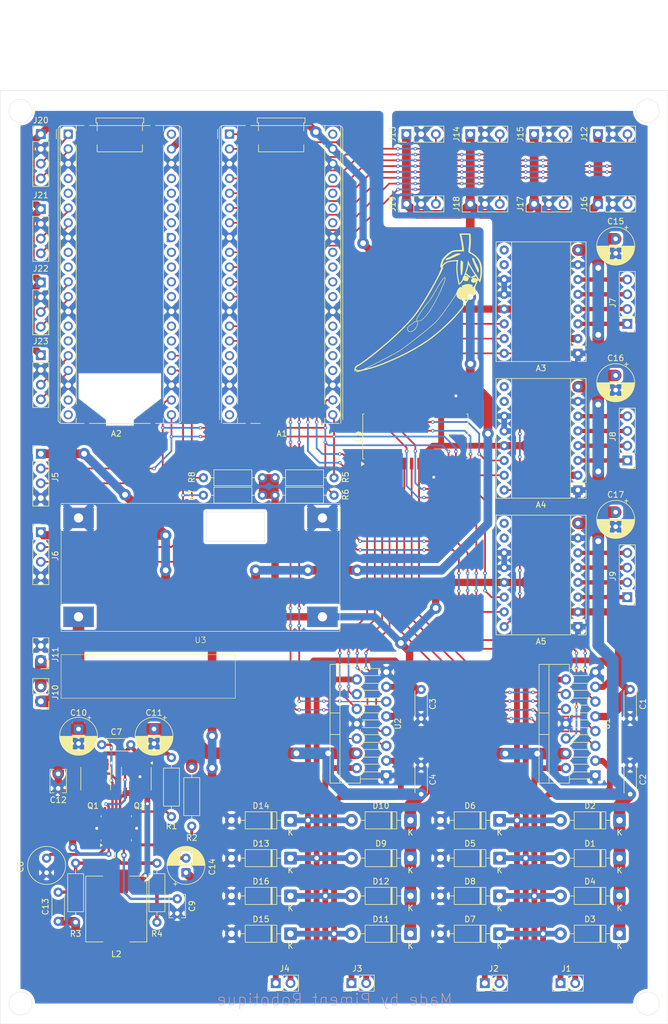
<source format=kicad_pcb>
(kicad_pcb (version 20241229) (generator "pcbnew") (generator_version "9.0")
  (layers (0 "F.Cu" signal) (2 "B.Cu" signal) (13 "F.Paste" user) (15 "B.Paste" user) (5 "F.SilkS" user "F.Silkscreen") (7 "B.SilkS" user "B.Silkscreen") (1 "F.Mask" user) (3 "B.Mask" user) (25 "Edge.Cuts" user))
  (net 0 "")
  (net 3 "I2C 0 SCL")
  (net 4 "Motor 2 Activation Pin")
  (net 5 "GNDPWR")
  (net 7 "Servo 3 PWM")
  (net 8 "Servo 8 PWM")
  (net 10 "Servo 2 PWM")
  (net 13 "+5VL")
  (net 14 "Servo 7 PWM")
  (net 16 "Servo 4 PWM")
  (net 18 "Servo 5 PWM")
  (net 20 "Motor 1 Activation Pin")
  (net 23 "Servo 1 PWM")
  (net 24 "Servo 6 PWM")
  (net 28 "Motor 3 Activation Pin")
  (net 30 "I2C 0 SDA")
  (net 33 "Motor 4 Activation Pin")
  (net 43 "I2C 1 SCL")
  (net 44 "Codeur 1 Pin 2")
  (net 48 "I2C 1 SDA")
  (net 59 "Codeur 1 Pin 1")
  (net 60 "Net-(A3-1A)")
  (net 61 "Net-(A3-1B)")
  (net 62 "Stepper 3 Sleep")
  (net 63 "Net-(A3-2A)")
  (net 64 "Steppers Dir")
  (net 65 "Stepper 3 Step")
  (net 66 "+12V")
  (net 67 "Net-(A3-2B)")
  (net 68 "Codeur 2 Pin 1")
  (net 70 "Net-(A4-1B)")
  (net 71 "Codeur 2 Pin 2")
  (net 72 "Stepper 1 Sleep")
  (net 73 "Net-(A4-2A)")
  (net 74 "Net-(A4-1A)")
  (net 75 "Codeur 3 Pin 2")
  (net 77 "Net-(A4-2B)")
  (net 78 "Stepper 1 Step")
  (net 80 "Codeur 3 Pin 1")
  (net 81 "Stepper 2 Sleep")
  (net 82 "Net-(A5-1B)")
  (net 83 "Net-(A5-1A)")
  (net 84 "Net-(A5-2A)")
  (net 85 "Stepper 2 Step")
  (net 86 "Codeur 4 Pin 1")
  (net 88 "Net-(A5-2B)")
  (net 89 "Net-(U6-SW)")
  (net 90 "Net-(U6-BST)")
  (net 91 "Net-(U6-VCC)")
  (net 92 "Net-(U6-SS)")
  (net 93 "Net-(U6-FB)")
  (net 94 "+5VP")
  (net 95 "Net-(C14-Pad2)")
  (net 96 "Net-(D1-A)")
  (net 97 "Net-(D2-A)")
  (net 98 "Net-(D3-A)")
  (net 99 "Net-(D4-A)")
  (net 100 "Net-(D13-K)")
  (net 101 "Net-(D10-A)")
  (net 102 "Net-(D11-A)")
  (net 103 "Net-(D12-A)")
  (net 104 "Net-(J10-Pin_2)")
  (net 105 "Net-(Q1-G)")
  (net 106 "Net-(Q2-G)")
  (net 107 "Net-(U6-ILIM)")
  (net 108 "Net-(U6-RON)")
  (net 109 "Motor 1 Direction Pin 2")
  (net 110 "Motor 1 Direction Pin 1")
  (net 111 "Motor 2 Direction Pin 2")
  (net 112 "Motor 2 Direction Pin 1")
  (net 113 "Motor 4 Direction Pin 2")
  (net 114 "Motor 3 Direction Pin 1")
  (net 115 "Motor 3 Direction Pin 2")
  (net 116 "Motor 4 Direction Pin 1")
  (net 123 "Codeur 4 Pin 2")
  (footprint "Connector_PinHeader_2.54mm:PinHeader_1x02_P2.54mm_Vertical" (layer "F.Cu") (at 235.5 218 90)
    (property "Reference" "J3")
    (property "Value" "Motor 2 Conn")
  )
  (footprint "Inductor_SMD:L_APV_APH1040" (layer "F.Cu") (at 195 205.25 -90)
    (property "Reference" "L2")
    (property "Value" "1.8uH")
  )
  (footprint "Connector_PinHeader_2.54mm:PinHeader_1x04_P2.54mm_Vertical" (layer "F.Cu") (at 182 97.5)
    (property "Reference" "J22")
    (property "Value" "Motor 3 Encoder")
  )
  (footprint "Connector_PinHeader_2.54mm:PinHeader_1x04_P2.54mm_Vertical" (layer "F.Cu") (at 182 110)
    (property "Reference" "J23")
    (property "Value" "Motor 4 Encoder")
  )
  (footprint "Capacitor_THT:C_Radial_D6.3mm_H5.0mm_P2.50mm" (layer "F.Cu") (at 183 196.5 -90)
    (property "Reference" "C8")
    (property "Value" "2.2uF")
  )
  (footprint "Module:Pololu_Breakout-16_15.2x20.3mm" (layer "F.Cu") (at 274.5 109.7 180)
    (property "Reference" "A3")
    (property "Value" "Pololu_Breakout_A4988")
  )
  (footprint "Package_SO:SOIC-8_3.9x4.9mm_P1.27mm" (layer "F.Cu") (at 198.45 182.8375 -90)
    (property "Reference" "Q2")
    (property "Value" "IRF8714PBF")
  )
  (footprint "Resistor_THT:R_Axial_DIN0207_L6.3mm_D2.5mm_P10.16mm_Horizontal" (layer "F.Cu") (at 208 180.84 -90)
    (property "Reference" "R2")
    (property "Value" "82.5kΩ")
  )
  (footprint "Diode_THT:D_DO-41_SOD81_P10.16mm_Horizontal" (layer "F.Cu") (at 281.66 209.5 180)
    (property "Reference" "D3")
    (property "Value" "1N4007")
  )
  (footprint "Connector_PinHeader_2.54mm:PinHeader_1x03_P2.54mm_Vertical" (layer "F.Cu") (at 277.96 72 90)
    (property "Reference" "J12")
    (property "Value" "Servo 4 Conn")
  )
  (footprint "Diode_THT:D_DO-41_SOD81_P10.16mm_Horizontal" (layer "F.Cu") (at 261 196.5 180)
    (property "Reference" "D5")
    (property "Value" "1N4007")
  )
  (footprint "Connector_PinHeader_2.54mm:PinHeader_1x04_P2.54mm_Vertical" (layer "F.Cu") (at 283 151.62 180)
    (property "Reference" "J9")
    (property "Value" "Stepper 3 Conn")
  )
  (footprint "Diode_THT:D_DO-41_SOD81_P10.16mm_Horizontal" (layer "F.Cu") (at 225 209.5 180)
    (property "Reference" "D15")
    (property "Value" "1N4007")
  )
  (footprint "Connector_PinHeader_2.54mm:PinHeader_1x04_P2.54mm_Vertical" (layer "F.Cu") (at 182 140.46)
    (property "Reference" "J6")
    (property "Value" "I2C 1 Conn")
  )
  (footprint "Module:RaspberryPi_Pico_Common_THT" (layer "F.Cu") (at 186.72 72)
    (property "Reference" "A2")
    (property "Value" "RaspberryPi_Pico_W")
  )
  (footprint "Connector_PinHeader_2.54mm:PinHeader_1x03_P2.54mm_Vertical" (layer "F.Cu") (at 244.96 72 90)
    (property "Reference" "J13")
    (property "Value" "Servo 1 Conn")
  )
  (footprint "LOGO" (layer "F.Cu") (at 247 101)
    (property "Reference" "G***")
    (property "Value" "LOGO" (hide yes))
  )
  (footprint "Capacitor_THT:C_Disc_D4.3mm_W1.9mm_P5.00mm" (layer "F.Cu") (at 185 207.3625 90)
    (property "Reference" "C13")
    (property "Value" "120pF")
  )
  (footprint "Package_SO:HTSSOP-14-1EP_4.4x5mm_P0.65mm_EP3.4x5mm_Mask3x3.1mm" (layer "F.Cu") (at 195 191.3625 90)
    (property "Reference" "U6")
    (property "Value" "LM3150MH")
  )
  (footprint "Module:Pololu_Breakout-16_15.2x20.3mm" (layer "F.Cu") (at 274.5 133.2 180)
    (property "Reference" "A4")
    (property "Value" "Pololu_Breakout_A4988")
  )
  (footprint "Connector_PinHeader_2.54mm:PinHeader_1x03_P2.54mm_Vertical" (layer "F.Cu") (at 255.96 72 90)
    (property "Reference" "J14")
    (property "Value" "Servo 2 Conn")
  )
  (footprint "Connector_PinHeader_2.54mm:PinHeader_1x02_P2.54mm_Vertical" (layer "F.Cu") (at 258.46 218 90)
    (property "Reference" "J2")
    (property "Value" "Motor 1 Conn")
  )
  (footprint "Connector_PinHeader_2.54mm:PinHeader_1x02_P2.54mm_Vertical" (layer "F.Cu") (at 271.5 218 90)
    (property "Reference" "J1")
    (property "Value" "Motor 0 Conn")
  )
  (footprint "Capacitor_THT:C_Disc_D4.3mm_W1.9mm_P5.00mm" (layer "F.Cu") (at 283.5 180.5 -90)
    (property "Reference" "C2")
    (property "Value" "100nF")
  )
  (footprint "Diode_THT:D_DO-41_SOD81_P10.16mm_Horizontal" (layer "F.Cu") (at 261 203 180)
    (property "Reference" "D8")
    (property "Value" "1N4007")
  )
  (footprint "Capacitor_THT:CP_Radial_D6.3mm_P2.50mm" (layer "F.Cu") (at 281 137 -90)
    (property "Reference" "C17")
    (property "Value" "100uF")
  )
  (footprint "Capacitor_THT:CP_Radial_D6.3mm_P2.50mm" (layer "F.Cu") (at 281 113.5 -90)
    (property "Reference" "C16")
    (property "Value" "100uF")
  )
  (footprint "Diode_THT:D_DO-41_SOD81_P10.16mm_Horizontal" (layer "F.Cu") (at 245.66 203 180)
    (property "Reference" "D12")
    (property "Value" "1N4007")
  )
  (footprint "Diode_THT:D_DO-41_SOD81_P10.16mm_Horizontal" (layer "F.Cu") (at 261 209.5 180)
    (property "Reference" "D7")
    (property "Value" "1N4007")
  )
  (footprint "LM2596S-Module:LM2596S-Module" (layer "F.Cu") (at 209.5 146.5)
    (property "Reference" "U3")
    (property "Value" "~")
    (fp_rect (start 1 -9.5) (end 11 -4.5) (stroke (width 0.05)) (fill no) (layer "Edge.Cuts"))
  )
  (footprint "Diode_THT:D_DO-41_SOD81_P10.16mm_Horizontal" (layer "F.Cu") (at 281.66 190 180)
    (property "Reference" "D2")
    (property "Value" "1N4007")
  )
  (footprint "Package_SO:SOIC-8_3.9x4.9mm_P1.27mm" (layer "F.Cu") (at 191.45 182.8375 -90)
    (property "Reference" "Q1")
    (property "Value" "IRF8714PBF")
  )
  (footprint "Capacitor_THT:CP_Radial_D6.3mm_P2.50mm" (layer "F.Cu") (at 281 90 -90)
    (property "Reference" "C15")
    (property "Value" "100uF")
  )
  (footprint "Connector_PinHeader_2.54mm:PinHeader_1x03_P2.54mm_Vertical" (layer "F.Cu") (at 255.96 84 90)
    (property "Reference" "J18")
    (property "Value" "Servo 7 Conn")
  )
  (footprint "Connector_PinHeader_2.54mm:PinHeader_1x03_P2.54mm_Vertical" (layer "F.Cu") (at 277.96 84 90)
    (property "Reference" "J16")
    (property "Value" "Servo 5 Conn")
  )
  (footprint "Capacitor_THT:CP_Radial_D6.3mm_P2.50mm" (layer "F.Cu") (at 201.5 174.294888 -90)
    (property "Reference" "C11")
    (property "Value" "10uF")
  )
  (footprint "Capacitor_THT:C_Disc_D4.3mm_W1.9mm_P5.00mm" (layer "F.Cu") (at 247.5 172.5 90)
    (property "Reference" "C3")
    (property "Value" "100nF")
  )
  (footprint "Module:RaspberryPi_Pico_Common_THT" (layer "F.Cu") (at 214.5 72)
    (property "Reference" "A1")
    (property "Value" "RaspberryPi_Pico")
  )
  (footprint "Diode_THT:D_DO-41_SOD81_P10.16mm_Horizontal" (layer "F.Cu") (at 245.66 190 180)
    (property "Reference" "D10")
    (property "Value" "1N4007")
  )
  (footprint "Connector_PinHeader_2.54mm:PinHeader_1x03_P2.54mm_Vertical" (layer "F.Cu") (at 266.96 72 90)
    (property "Reference" "J15")
    (property "Value" "Servo 3 Conn")
  )
  (footprint "Resistor_THT:R_Axial_DIN0207_L6.3mm_D2.5mm_P10.16mm_Horizontal" (layer "F.Cu") (at 222.34 131.09)
    (property "Reference" "R5")
    (property "Value" "4.7kΩ")
  )
  (footprint "Connector_PinHeader_2.54mm:PinHeader_1x02_P2.54mm_Vertical" (layer "F.Cu") (at 182 162.54 180)
    (property "Reference" "J11")
    (property "Value" "BAU")
  )
  (footprint "Diode_THT:D_DO-41_SOD81_P10.16mm_Horizontal" (layer "F.Cu") (at 225 203 180)
    (property "Reference" "D16")
    (property "Value" "1N4007")
  )
  (footprint "Capacitor_THT:C_Disc_D3.8mm_W2.6mm_P2.50mm" (layer "F.Cu") (at 185 182 -90)
    (property "Reference" "C12")
    (property "Value" "100nF")
  )
  (footprint "Capacitor_THT:C_Disc_D4.3mm_W1.9mm_P5.00mm" (layer "F.Cu") (at 283.5 167.5 -90)
    (property "Reference" "C1")
    (property "Value" "100nF")
  )
  (footprint "Package_SO:SOIC-28W_7.5x17.9mm_P1.27mm" (layer "F.Cu") (at 246.5 124 90)
    (property "Reference" "U4")
    (property "Value" "MCP23017_SO")
  )
  (footprint "Connector_PinHeader_2.54mm:PinHeader_1x04_P2.54mm_Vertical" (layer "F.Cu") (at 182 72)
    (property "Reference" "J20")
    (property "Value" "Motor 1 Encoder")
  )
  (footprint "Diode_THT:D_DO-41_SOD81_P10.16mm_Horizontal" (layer "F.Cu") (at 281.66 203 180)
    (property "Reference" "D4")
    (property "Value" "1N4007")
  )
  (footprint "Module:Pololu_Breakout-16_15.2x20.3mm" (layer "F.Cu") (at 274.5 156.7 180)
    (property "Reference" "A5")
    (property "Value" "Pololu_Breakout_A4988")
  )
  (footprint "Connector_PinHeader_2.54mm:PinHeader_1x03_P2.54mm_Vertical" (layer "F.Cu") (at 266.96 84 90)
    (property "Reference" "J17")
    (property "Value" "Servo 6 Conn")
  )
  (footprint "Capacitor_THT:C_Disc_D4.3mm_W1.9mm_P5.00mm" (layer "F.Cu") (at 192.5 177)
    (property "Reference" "C7")
    (property "Value" "470nF")
  )
  (footprint "Diode_THT:D_DO-41_SOD81_P10.16mm_Horizontal" (layer "F.Cu") (at 281.66 196.5 180)
    (property "Reference" "D1")
    (property "Value" "1N4007")
  )
  (footprint "Resistor_THT:R_Axial_DIN0207_L6.3mm_D2.5mm_P10.16mm_Horizontal" (layer "F.Cu") (at 222.34 134.09)
    (property "Reference" "R6")
    (property "Value" "4.7kΩ")
  )
  (footprint "Diode_THT:D_DO-41_SOD81_P10.16mm_Horizontal" (layer "F.Cu") (at 245.66 196.5 180)
    (property "Reference" "D9")
    (property "Value" "1N4007")
  )
  (footprint "Resistor_THT:R_Axial_DIN0207_L6.3mm_D2.5mm_P10.16mm_Horizontal" (layer "F.Cu") (at 220.16 134.09 180)
    (property "Reference" "R7")
    (property "Value" "4.7kΩ")
  )
  (footprint "Resistor_THT:R_Axial_DIN0207_L6.3mm_D2.5mm_P10.16mm_Horizontal" (layer "F.Cu") (at 202 197.3625 -90)
    (property "Reference" "R4")
    (property "Value" "10kΩ")
  )
  (footprint "Capacitor_THT:CP_Radial_D6.3mm_P2.50mm" (layer "F.Cu") (at 207 199 90)
    (property "Reference" "C14")
    (property "Value" "120uF")
  )
  (footprint "Package_TO_SOT_THT:TO-220-15_P2.54x5.08mm_StaggerOdd_Lead4.58mm_Vertical" (layer "F.Cu") (at 277.5 182.28 90)
    (property "Reference" "U1")
    (property "Value" "L298HN")
  )
  (footprint "Capacitor_THT:C_Disc_D4.3mm_W1.9mm_P5.00mm" (layer "F.Cu") (at 247.5 185.5 90)
    (property "Reference" "C4")
    (property "Value" "100nF")
  )
  (footprint "Resistor_THT:R_Axial_DIN0207_L6.3mm_D2.5mm_P10.16mm_Horizontal" (layer "F.Cu") (at 188 197.3625 -90)
    (property "Reference" "R3")
    (property "Value" "73.2kΩ")
  )
  (footprint "Capacitor_THT:C_Disc_D3.8mm_W2.6mm_P2.50mm" (layer "F.Cu") (at 205.5 203.5 -90)
    (property "Reference" "C9")
    (property "Value" "15nF")
  )
  (footprint "Connector_PinHeader_2.54mm:PinHeader_1x04_P2.54mm_Vertical" (layer "F.Cu") (at 182 126.96)
    (property "Reference" "J5")
    (property "Value" "I2C 0 Conn")
  )
  (footprint "Diode_THT:D_DO-41_SOD81_P10.16mm_Horizontal" (layer "F.Cu") (at 245.66 209.5 180)
    (property "Reference" "D11")
    (property "Value" "1N4007")
  )
  (footprint "Resistor_THT:R_Axial_DIN0207_L6.3mm_D2.5mm_P10.16mm_Horizontal" (layer "F.Cu") (at 220.16 131.09 180)
    (property "Reference" "R8")
    (property "Value" "4.7kΩ")
  )
  (footprint "Connector_PinHeader_2.54mm:PinHeader_1x04_P2.54mm_Vertical" (layer "F.Cu") (at 182 84.88)
    (property "Reference" "J21")
    (property "Value" "Motor 2 Encoder")
  )
  (footprint "Connector_PinHeader_2.54mm:PinHeader_1x03_P2.54mm_Vertical" (layer "F.Cu") (at 244.96 84 90)
    (property "Reference" "J19")
    (property "Value" "Servo 8 Conn")
  )
  (footprint "Package_TO_SOT_THT:TO-220-15_P2.54x5.08mm_StaggerOdd_Lead4.58mm_Vertical" (layer "F.Cu") (at 241.5 182.28 90)
    (property "Reference" "U2")
    (property "Value" "L298HN")
  )
  (footprint "Diode_THT:D_DO-41_SOD81_P10.16mm_Horizontal" (layer "F.Cu") (at 261 190 180)
    (property "Reference" "D6")
    (property "Value" "1N4007")
  )
  (footprint "Connector_PinHeader_2.54mm:PinHeader_1x04_P2.54mm_Vertical" (layer "F.Cu") (at 283 128.12 180)
    (property "Reference" "J8")
    (property "Value" "Stepper 2 Conn")
  )
  (footprint "Diode_THT:D_DO-41_SOD81_P10.16mm_Horizontal" (layer "F.Cu") (at 225 190 180)
    (property "Reference" "D14")
    (property "Value" "1N4007")
  )
  (footprint "Connector_PinHeader_2.54mm:PinHeader_1x02_P2.54mm_Vertical" (layer "F.Cu") (at 222.46 218 90)
    (property "Reference" "J4")
    (property "Value" "Motor 3 Conn")
  )
  (footprint "Connector_PinHeader_2.54mm:PinHeader_1x04_P2.54mm_Vertical" (layer "F.Cu") (at 283 104.62 180)
    (property "Reference" "J7")
    (property "Value" "Stepper 1 Conn")
  )
  (footprint "Capacitor_THT:CP_Radial_D6.3mm_P2.50mm" (layer "F.Cu") (at 188.5 174.294888 -90)
    (property "Reference" "C10")
    (property "Value" "10uF")
  )
  (footprint "Diode_THT:D_DO-41_SOD81_P10.16mm_Horizontal" (layer "F.Cu") (at 225 196.5 180)
    (property "Reference" "D13")
    (property "Value" "1N4007")
  )
  (footprint "Resistor_THT:R_Axial_DIN0207_L6.3mm_D2.5mm_P10.16mm_Horizontal" (layer "F.Cu") (at 204.5 189.3625 90)
    (property "Reference" "R1")
    (property "Value" "665Ω")
  )
  (footprint "Connector_PinHeader_2.54mm:PinHeader_1x02_P2.54mm_Vertical" (layer "F.Cu") (at 182 169.54 180)
    (property "Reference" "J10")
    (property "Value" "12V Battery")
  )
  (gr_arc (start 259 86.25) (mid 259.707107 86.542893) (end 260 87.25) (stroke (width 0.5)) (layer "B.Cu") (net 5))
  (gr_arc (start 260 161.75) (mid 259.707107 162.457107) (end 259 162.75) (stroke (width 0.5)) (layer "B.Cu") (net 5))
  (gr_arc (start 189.75 162.75) (mid 188.75 161.75) (end 189.75 160.75) (stroke (width 0.5)) (layer "B.Cu") (net 5))
  (gr_arc (start 241.75 88.25) (mid 241.042893 87.957107) (end 240.75 87.25) (stroke (width 0.5)) (layer "B.Cu") (net 5))
  (gr_line (start 215.5 169) (end 185.5 169) (stroke (width 0.08382)) (layer "F.SilkS"))
  (gr_line (start 215.5 161.5) (end 215.5 169) (stroke (width 0.08382)) (layer "F.SilkS"))
  (gr_line (start 185.5 161.5) (end 215.5 161.5) (stroke (width 0.08382)) (layer "F.SilkS"))
  (gr_line (start 185.5 161.5) (end 185.5 169) (stroke (width 0.08382)) (layer "F.SilkS"))
  (gr_circle (center 178.5 221.5) (end 180.5 221.5) (stroke (width 0.05)) (fill no) (layer "Edge.Cuts"))
  (gr_circle (center 178.5 68) (end 180.5 68) (stroke (width 0.05)) (fill no) (layer "Edge.Cuts"))
  (gr_circle (center 286.5 68) (end 288.5 68) (stroke (width 0.05)) (fill no) (layer "Edge.Cuts"))
  (gr_rect (start 175 64.5) (end 290 225) (stroke (width 0.05)) (fill no) (layer "Edge.Cuts"))
  (gr_circle (center 286.5 221.5) (end 288.5 221.5) (stroke (width 0.05)) (fill no) (layer "Edge.Cuts"))
  (gr_text "Made by Piment Robotique" (at 253 222 0) (layer "B.SilkS") (effects (font (size 2 2) (thickness 0.1)) (justify left bottom mirror)))
  (segment (start 203 131) (end 201.96 132.04) (width 0.3) (layer "F.Cu") (net 3))
  (segment (start 252.215 128.65) (end 252.215 126.58) (width 0.3) (layer "F.Cu") (net 3))
  (segment (start 231 122.5) (end 231 118) (width 0.3) (layer "F.Cu") (net 3))
  (segment (start 203.78 117.72) (end 204.5 117.72) (width 0.3) (layer "F.Cu") (net 3))
  (segment (start 231 132.59) (end 232.5 134.09) (width 0.3) (layer "F.Cu") (net 3))
  (segment (start 231.28 117.72) (end 232.28 117.72) (width 0.3) (layer "F.Cu") (net 3))
  (segment (start 203 118.5) (end 203.78 117.72) (width 0.3) (layer "F.Cu") (net 3))
  (segment (start 231 118) (end 231.28 117.72) (width 0.3) (layer "F.Cu") (net 3))
  (segment (start 231 125) (end 231 132.59) (width 0.3) (layer "F.Cu") (net 3))
  (segment (start 203 122.5) (end 203 131) (width 0.3) (layer "F.Cu") (net 3))
  (segment (start 201.96 132.04) (end 182 132.04) (width 0.3) (layer "F.Cu") (net 3))
  (segment (start 203 122.5) (end 203 118.5) (width 0.3) (layer "F.Cu") (net 3))
  (segment (start 209.5 122.5) (end 231 122.5) (width 0.3) (layer "F.Cu") (net 3))
  (via (at 209.5 122.5) (size 0.6) (drill 0.3) (layers "F.Cu" "B.Cu") (net 3))
  (via (at 203 122.5) (size 0.6) (drill 0.3) (layers "F.Cu" "B.Cu") (net 3))
  (via (at 231 122.5) (size 0.6) (drill 0.3) (layers "F.Cu" "B.Cu") (net 3))
  (via (at 252.215 126.58) (size 0.6) (drill 0.3) (layers "F.Cu" "B.Cu") (net 3))
  (via (at 231 125) (size 0.6) (drill 0.3) (layers "F.Cu" "B.Cu") (net 3))
  (segment (start 203 122.5) (end 209.5 122.5) (width 0.3) (layer "B.Cu") (net 3))
  (segment (start 231.5 125.5) (end 231 125) (width 0.3) (layer "B.Cu") (net 3))
  (segment (start 252.215 126.58) (end 251.135 125.5) (width 0.3) (layer "B.Cu") (net 3))
  (segment (start 251.135 125.5) (end 231.5 125.5) (width 0.3) (layer "B.Cu") (net 3))
  (segment (start 231 125) (end 231 122.5) (width 0.3) (layer "B.Cu") (net 3))
  (segment (start 229.5 99.5) (end 227.4 97.4) (width 0.3) (layer "F.Cu") (net 4))
  (segment (start 236 129) (end 234 127) (width 0.3) (layer "F.Cu") (net 4))
  (segment (start 255.5 147.5) (end 255.5 144) (width 0.3) (layer "F.Cu") (net 4))
  (segment (start 229.5 121.5) (end 229.5 99.5) (width 0.3) (layer "F.Cu") (net 4))
  (segment (start 275.75 161.25) (end 275.75 160.75) (width 0.3) (layer "F.Cu") (net 4))
  (segment (start 255.5 144) (end 253.5 142) (width 0.3) (layer "F.Cu") (net 4))
  (segment (start 255.5 158) (end 255.5 150.5) (width 0.3) (layer "F.Cu") (net 4))
  (segment (start 275.75 160.75) (end 274 159) (width 0.3) (layer "F.Cu") (net 4))
  (segment (start 236 141) (end 236 129) (width 0.3) (layer "F.Cu") (net 4))
  (segment (start 237 142) (end 236 141) (width 0.3) (layer "F.Cu") (net 4))
  (segment (start 274 159) (end 256.5 159) (width 0.3) (layer "F.Cu") (net 4))
  (segment (start 253.5 142) (end 248 142) (width 0.3) (layer "F.Cu") (net 4))
  (segment (start 256.5 159) (end 255.5 158) (width 0.3) (layer "F.Cu") (net 4))
  (segment (start 275.75 163.75) (end 275.75 167.86) (width 0.3) (layer "F.Cu") (net 4))
  (segment (start 275.75 167.86) (end 277.5 169.61) (width 0.3) (layer "F.Cu") (net 4))
  (segment (start 227.4 97.4) (end 214.5 97.4) (width 0.3) (layer "F.Cu") (net 4))
  (segment (start 234 127) (end 233.5 127) (width 0.3) (layer "F.Cu") (net 4))
  (via (at 233.5 127) (size 0.6) (drill 0.3) (layers "F.Cu" "B.Cu") (net 4))
  (via (at 229.5 121.5) (size 0.6) (drill 0.3) (layers "F.Cu" "B.Cu") (net 4))
  (via (at 255.5 147.5) (size 0.6) (drill 0.3) (layers "F.Cu" "B.Cu") (net 4))
  (via (at 275.75 161.25) (size 0.6) (drill 0.3) (layers "F.Cu" "B.Cu") (net 4))
  (via (at 275.75 163.75) (size 0.6) (drill 0.3) (layers "F.Cu" "B.Cu") (net 4))
  (via (at 237 142) (size 0.6) (drill 0.3) (layers "F.Cu" "B.Cu") (net 4))
  (via (at 248 142) (size 0.6) (drill 0.3) (layers "F.Cu" "B.Cu") (net 4))
  (via (at 255.5 150.5) (size 0.6) (drill 0.3) (layers "F.Cu" "B.Cu") (net 4))
  (segment (start 230.5 127) (end 233.5 127) (width 0.3) (layer "B.Cu") (net 4))
  (segment (start 255.5 150.5) (end 255.5 147.5) (width 0.3) (layer "B.Cu") (net 4))
  (segment (start 229.5 126) (end 230.5 127) (width 0.3) (layer "B.Cu") (net 4))
  (segment (start 275.75 161.25) (end 275.75 163.75) (width 0.3) (layer "B.Cu") (net 4))
  (segment (start 229.5 121.5) (end 229.5 126) (width 0.3) (layer "B.Cu") (net 4))
  (segment (start 237 142) (end 248 142) (width 0.3) (layer "B.Cu") (net 4))
  (segment (start 195.65 192.0125) (end 195 191.3625) (width 0.5) (layer "F.Cu") (net 5))
  (segment (start 199.085 180.3625) (end 197.815 180.3625) (width 1) (layer "F.Cu") (net 5))
  (segment (start 196.3 190.0625) (end 195 191.3625) (width 0.5) (layer "F.Cu") (net 5))
  (segment (start 195 191.3625) (end 194.3625 191.3625) (width 0.5) (layer "F.Cu") (net 5))
  (segment (start 193.05 190.05) (end 193.05 188.5) (width 0.5) (layer "F.Cu") (net 5))
  (segment (start 195 191.3625) (end 191.6375 191.3625) (width 1) (layer "F.Cu") (net 5))
  (segment (start 196.3 188.5) (end 196.3 190.0625) (width 0.5) (layer "F.Cu") (net 5))
  (segment (start 200.355 180.3625) (end 199.085 180.3625) (width 1) (layer "F.Cu") (net 5))
  (segment (start 249.675 128.65) (end 249.675 131) (width 1) (layer "F.Cu") (net 5))
  (segment (start 195.65 194.225) (end 195.65 192.0125) (width 0.5) (layer "F.Cu") (net 5))
  (segment (start 253.485 119.35) (end 252.215 119.35) (width 0.6) (layer "F.Cu") (net 5))
  (segment (start 254.755 119.35) (end 253.485 119.35) (width 0.6) (layer "F.Cu") (net 5))
  (segment (start 195 191.3625) (end 198.5 191.3625) (width 1) (layer "F.Cu") (net 5))
  (segment (start 194.3625 191.3625) (end 193.05 190.05) (width 0.5) (layer "F.Cu") (net 5))
  (segment (start 253.485 119.35) (end 253.485 117.015) (width 0.6) (layer "F.Cu") (net 5))
  (segment (start 199.085 182.5) (end 199.085 180.3625) (width 1) (layer "F.Cu") (net 5))
  (via (at 198.5 191.3625) (size 1) (drill 0.5) (layers "F.Cu" "B.Cu") (net 5))
  (via (at 191.6375 191.3625) (size 1) (drill 0.5) (layers "F.Cu" "B.Cu") (net 5))
  (via (at 199.085 182.5) (size 1) (drill 0.5) (layers "F.Cu" "B.Cu") (net 5))
  (via (at 253.485 117.015) (size 1) (drill 0.5) (layers "F.Cu" "B.Cu") (net 5))
  (via (at 249.675 131) (size 1) (drill 0.5) (layers "F.Cu" "B.Cu") (net 5))
  (segment (start 222.616 79.62) (end 214.5 79.62) (width 0.3) (layer "F.Cu") (net 7))
  (segment (start 243.5 76.5) (end 236 76.5) (width 0.3) (layer "F.Cu") (net 7))
  (segment (start 265.5 76.5) (end 257.5 76.5) (width 0.3) (layer "F.Cu") (net 7))
  (segment (start 224 78.236) (end 222.616 79.62) (width 0.3) (layer "F.Cu") (net 7))
  (segment (start 272.04 75.46) (end 271 76.5) (width 0.3) (layer "F.Cu") (net 7))
  (segment (start 234.264 78.236) (end 224 78.236) (width 0.3) (layer "F.Cu") (net 7))
  (segment (start 254.5 76.5) (end 246.5 76.5) (width 0.3) (layer "F.Cu") (net 7))
  (segment (start 271 76.5) (end 268.5 76.5) (width 0.3) (layer "F.Cu") (net 7))
  (segment (start 272.04 72) (end 272.04 75.46) (width 0.3) (layer "F.Cu") (net 7))
  (segment (start 236 76.5) (end 234.264 78.236) (width 0.3) (layer "F.Cu") (net 7))
  (via (at 254.5 76.5) (size 0.6) (drill 0.3) (layers "F.Cu" "B.Cu") (net 7))
  (via (at 268.5 76.5) (size 0.6) (drill 0.3) (layers "F.Cu" "B.Cu") (net 7))
  (via (at 257.5 76.5) (size 0.6) (drill 0.3) (layers "F.Cu" "B.Cu") (net 7))
  (via (at 243.5 76.5) (size 0.6) (drill 0.3) (layers "F.Cu" "B.Cu") (net 7))
  (via (at 265.5 76.5) (size 0.6) (drill 0.3) (layers "F.Cu" "B.Cu") (net 7))
  (via (at 246.5 76.5) (size 0.6) (drill 0.3) (layers "F.Cu" "B.Cu") (net 7))
  (segment (start 246.5 76.5) (end 243.5 76.5) (width 0.3) (layer "B.Cu") (net 7))
  (segment (start 268.5 76.5) (end 265.5 76.5) (width 0.3) (layer "B.Cu") (net 7))
  (segment (start 257.5 76.5) (end 254.5 76.5) (width 0.3) (layer "B.Cu") (net 7))
  (segment (start 250.04 82.54) (end 250.04 84) (width 0.3) (layer "F.Cu") (net 8))
  (segment (start 233.831 91.169) (end 224 91.169) (width 0.3) (layer "F.Cu") (net 8))
  (segment (start 246.5 81.5) (end 249 81.5) (width 0.3) (layer "F.Cu") (net 8))
  (segment (start 220.309 94.86) (end 214.5 94.86) (width 0.3) (layer "F.Cu") (net 8))
  (segment (start 224 91.169) (end 220.309 94.86) (width 0.3) (layer "F.Cu") (net 8))
  (segment (start 249 81.5) (end 250.04 82.54) (width 0.3) (layer "F.Cu") (net 8))
  (segment (start 243.5 81.5) (end 233.831 91.169) (width 0.3) (layer "F.Cu") (net 8))
  (via (at 246.5 81.5) (size 0.6) (drill 0.3) (layers "F.Cu" "B.Cu") (net 8))
  (via (at 243.5 81.5) (size 0.6) (drill 0.3) (layers "F.Cu" "B.Cu") (net 8))
  (segment (start 246.5 81.5) (end 243.5 81.5) (width 0.3) (layer "B.Cu") (net 8))
  (segment (start 234.5 75.5) (end 234.076 75.924) (width 0.3) (layer "F.Cu") (net 10))
  (segment (start 243.5 75.5) (end 234.5 75.5) (width 0.3) (layer "F.Cu") (net 10))
  (segment (start 222.54 74.54) (end 214.5 74.54) (width 0.3) (layer "F.Cu") (net 10))
  (segment (start 254.5 75.5) (end 246.5 75.5) (width 0.3) (layer "F.Cu") (net 10))
  (segment (start 260 75.5) (end 261.04 74.46) (width 0.3) (layer "F.Cu") (net 10))
  (segment (start 223.924 75.924) (end 222.54 74.54) (width 0.3) (layer "F.Cu") (net 10))
  (segment (start 261.04 74.46) (end 261.04 72) (width 0.3) (layer "F.Cu") (net 10))
  (segment (start 257.5 75.5) (end 260 75.5) (width 0.3) (layer "F.Cu") (net 10))
  (segment (start 234.076 75.924) (end 223.924 75.924) (width 0.3) (layer "F.Cu") (net 10))
  (via (at 254.5 75.5) (size 0.6) (drill 0.3) (layers "F.Cu" "B.Cu") (net 10))
  (via (at 243.5 75.5) (size 0.6) (drill 0.3) (layers "F.Cu" "B.Cu") (net 10))
  (via (at 257.5 75.5) (size 0.6) (drill 0.3) (layers "F.Cu" "B.Cu") (net 10))
  (via (at 246.5 75.5) (size 0.6) (drill 0.3) (layers "F.Cu" "B.Cu") (net 10))
  (segment (start 246.5 75.5) (end 243.5 75.5) (width 0.3) (layer "B.Cu") (net 10))
  (segment (start 257.5 75.5) (end 254.5 75.5) (width 0.3) (layer "B.Cu") (net 10))
  (segment (start 180.324 73.676) (end 180.324 83.204) (width 1.25) (layer "F.Cu") (net 13))
  (segment (start 180.324 86.556) (end 180.324 95.824) (width 1.25) (layer "F.Cu") (net 13))
  (segment (start 250 152) (end 252.92 149.08) (width 1.25) (layer "F.Cu") (net 13))
  (segment (start 245.5 166.28) (end 246.72 167.5) (width 1.25) (layer "F.Cu") (net 13))
  (segment (start 265.08 149.08) (end 270.16 144) (width 1.25) (layer "F.Cu") (net 13))
  (segment (start 222.34 134.09) (end 222.34 131.09) (width 1.25) (layer "F.Cu") (net 13))
  (segment (start 274.5 130.66) (end 270.16 130.66) (width 1.25) (layer "F.Cu") (net 13))
  (segment (start 245.5 171) (end 244.38 172.12) (width 1.25) (layer "F.Cu") (net 13))
  (segment (start 270.16 154.16) (end 265.08 149.08) (width 1.25) (layer "F.Cu") (net 13))
  (segment (start 244.38 172.12) (end 241.5 172.12) (width 1.25) (layer "F.Cu") (net 13))
  (segment (start 280.2 172.15) (end 281.5 170.85) (width 1.25) (layer "F.Cu") (net 13))
  (segment (start 222.34 131.09) (end 222.34 131.91) (width 1.25) (layer "F.Cu") (net 13))
  (segment (start 250.945 119.35) (end 250.945 125.58) (width 1) (layer "F.Cu") (net 13))
  (segment (start 261.8 102.08) (end 265.08 102.08) (width 1.25) (layer "F.Cu") (net 13))
  (segment (start 283 167.5) (end 283.5 167.5) (width 1.25) (layer "F.Cu") (net 13))
  (segment (start 182 84.88) (end 180.324 86.556) (width 1.25) (layer "F.Cu") (net 13))
  (segment (start 270.16 120.5) (end 265.08 125.58) (width 1.25) (layer "F.Cu") (net 13))
  (segment (start 220.16 134.09) (end 220.16 131.09) (width 1.25) (layer "F.Cu") (net 13))
  (segment (start 230.5 155) (end 223 155) (width 1.25) (layer "F.Cu") (net 13))
  (segment (start 227.74 70) (end 209.04 70) (width 1.25) (layer "F.Cu") (net 13))
  (segment (start 270.16 130.66) (end 265.08 125.58) (width 1.25) (layer "F.Cu") (net 13))
  (segment (start 265.08 149.08) (end 261.8 149.08) (width 1.25) (layer "F.Cu") (net 13))
  (segment (start 274.5 154.16) (end 280.16 154.16) (width 1.25) (layer "F.Cu") (net 13))
  (segment (start 245.5 168.72) (end 245.5 171) (width 1.25) (layer "F.Cu") (net 13))
  (segment (start 180.324 83.204) (end 182 84.88) (width 1.25) (layer "F.Cu") (net 13))
  (segment (start 252.92 149.08) (end 261.8 149.08) (width 1.25) (layer "F.Cu") (net 13))
  (segment (start 245.5 161) (end 245.5 166.28) (width 1.25) (layer "F.Cu") (net 13))
  (segment (start 229.37 71.63) (end 227.74 70) (width 1.25) (layer "F.Cu") (net 13))
  (segment (start 222.34 134.09) (end 220.16 134.09) (width 1.25) (layer "F.Cu") (net 13))
  (segment (start 248.83 102.08) (end 261.8 102.08) (width 1.25) (layer "F.Cu") (net 13))
  (segment (start 277.34 172.15) (end 280.2 172.15) (width 1.25) (layer "F.Cu") (net 13))
  (segment (start 270.16 130.66) (end 270.16 144) (width 1.25) (layer "F.Cu") (net 13))
  (segment (start 249.515 125.58) (end 248.405 126.69) (width 1) (layer "F.Cu") (net 13))
  (segment (start 180.324 95.824) (end 182 97.5) (width 1.25) (layer "F.Cu") (net 13))
  (segment (start 248.405 126.69) (end 248.405 128.65) (width 1) (layer "F.Cu") (net 13))
  (segment (start 209.04 70) (end 184 70) (width 1.25) (layer "F.Cu") (net 13))
  (segment (start 281.5 166) (end 283 167.5) (width 1.25) (layer "F.Cu") (net 13))
  (segment (start 265.08 125.58) (end 261.8 125.58) (width 1.25) (layer "F.Cu") (net 13))
  (segment (start 184 70) (end 182 72) (width 1.25) (layer "F.Cu") (net 13))
  (segment (start 250 153.5) (end 250 152) (width 1.25) (layer "F.Cu") (net 13))
  (segment (start 280.16 154.16) (end 281.5 155.5) (width 1.25) (layer "F.Cu") (net 13))
  (segment (start 246.72 167.5) (end 245.5 168.72) (width 1.25) (layer "F.Cu") (net 13))
  (segment (start 270.16 107.16) (end 270.16 120.5) (width 1.25) (layer "F.Cu") (net 13))
  (segment (start 220.16 131.09) (end 222.34 131.09) (width 1.25) (layer "F.Cu") (net 13))
  (segment (start 270.16 107.16) (end 274.5 107.16) (width 1.25) (layer "F.Cu") (net 13))
  (segment (start 223 155) (end 222.34 154.34) (width 1.25) (layer "F.Cu") (net 13))
  (segment (start 222.34 131.91) (end 220.16 134.09) (width 1.25) (layer "F.Cu") (net 13))
  (segment (start 182 72) (end 180.324 73.676) (width 1.25) (layer "F.Cu") (net 13))
  (segment (start 222.34 133.27) (end 220.16 131.09) (width 1.25) (layer "F.Cu") (net 13))
  (segment (start 261.8 125.58) (end 249.515 125.58) (width 1) (layer "F.Cu") (net 13))
  (segment (start 237.5 90.75) (end 248.83 102.08) (width 1.25) (layer "F.Cu") (net 13))
  (segment (start 222.34 134.09) (end 222.34 133.27) (width 1.25) (layer "F.Cu") (net 13))
  (segment (start 274.5 154.16) (end 270.16 154.16) (width 1.25) (layer "F.Cu") (net 13))
  (segment (start 281.5 170.85) (end 281.5 169) (width 1.25) (layer "F.Cu") (net 13))
  (segment (start 281.5 155.5) (end 281.5 166) (width 1.25) (layer "F.Cu") (net 13))
  (segment (start 209.04 70) (end 204.5 74.54) (width 1.25) (layer "F.Cu") (net 13))
  (segment (start 222.34 154.34) (end 222.34 134.09) (width 1.25) (layer "F.Cu") (net 13))
  (segment (start 246.72 167.5) (end 247.5 167.5) (width 1.25) (layer "F.Cu") (net 13))
  (segment (start 244 159.5) (end 245.5 161) (width 1.25) (layer "F.Cu") (net 13))
  (segment (start 180.324 108.324) (end 182 110) (width 1.25) (layer "F.Cu") (net 13))
  (segment (start 182 97.5) (end 180.324 99.176) (width 1.25) (layer "F.Cu") (net 13))
  (segment (start 265.08 102.08) (end 270.16 107.16) (width 1.25) (layer "F.Cu") (net 13))
  (segment (start 180.324 99.176) (end 180.324 108.324) (width 1.25) (layer "F.Cu") (net 13))
  (segment (start 281.5 169) (end 283 167.5) (width 1.25) (layer "F.Cu") (net 13))
  (via (at 229.37 71.63) (size 2) (drill 1) (layers "F.Cu" "B.Cu") (net 13))
  (via (at 237.5 90.75) (size 2) (drill 1) (layers "F.Cu" "B.Cu") (net 13))
  (via (at 244 159.5) (size 2) (drill 1) (layers "F.Cu" "B.Cu") (net 13))
  (via (at 250 153.5) (size 2) (drill 1) (layers "F.Cu" "B.Cu") (net 13))
  (segment (start 237.5 79.76) (end 232.28 74.54) (width 1.25) (layer "B.Cu") (net 13))
  (segment (start 237.5 90.75) (end 237.5 79.76) (width 1.25) (layer "B.Cu") (net 13))
  (segment (start 244 159.5) (end 239.5 155) (width 1.25) (layer "B.Cu") (net 13))
  (segment (start 229.37 71.63) (end 232.28 74.54) (width 1.25) (layer "B.Cu") (net 13))
  (segment (start 250 153.5) (end 244 159.5) (width 1.25) (layer "B.Cu") (net 13))
  (segment (start 239.5 155) (end 230.5 155) (width 1.25) (layer "B.Cu") (net 13))
  (segment (start 220.18 92.32) (end 214.5 92.32) (width 0.3) (layer "F.Cu") (net 14))
  (segment (start 234 88.5) (end 224 88.5) (width 0.3) (layer "F.Cu") (net 14))
  (segment (start 261.04 81.54) (end 261.04 84) (width 0.3) (layer "F.Cu") (net 14))
  (segment (start 260 80.5) (end 261.04 81.54) (width 0.3) (layer "F.Cu") (net 14))
  (segment (start 242 80.5) (end 234 88.5) (width 0.3) (layer "F.Cu") (net 14))
  (segment (start 254.5 80.5) (end 246.5 80.5) (width 0.3) (layer "F.Cu") (net 14))
  (segment (start 243.5 80.5) (end 242 80.5) (width 0.3) (layer "F.Cu") (net 14))
  (segment (start 257.5 80.5) (end 260 80.5) (width 0.3) (layer "F.Cu") (net 14))
  (segment (start 224 88.5) (end 220.18 92.32) (width 0.3) (layer "F.Cu") (net 14))
  (via (at 246.5 80.5) (size 0.6) (drill 0.3) (layers "F.Cu" "B.Cu") (net 14))
  (via (at 257.5 80.5) (size 0.6) (drill 0.3) (layers "F.Cu" "B.Cu") (net 14))
  (via (at 243.5 80.5) (size 0.6) (drill 0.3) (layers "F.Cu" "B.Cu") (net 14))
  (via (at 254.5 80.5) (size 0.6) (drill 0.3) (layers "F.Cu" "B.Cu") (net 14))
  (segment (start 257.5 80.5) (end 254.5 80.5) (width 0.3) (layer "B.Cu") (net 14))
  (segment (start 246.5 80.5) (end 243.5 80.5) (width 0.3) (layer "B.Cu") (net 14))
  (segment (start 222.84 82.16) (end 214.5 82.16) (width 0.3) (layer "F.Cu") (net 16))
  (segment (start 243.5 77.5) (end 237.5 77.5) (width 0.3) (layer "F.Cu") (net 16))
  (segment (start 279.5 77.5) (end 282 77.5) (width 0.3) (layer "F.Cu") (net 16))
  (segment (start 224 81) (end 222.84 82.16) (width 0.3) (layer "F.Cu") (net 16))
  (segment (start 237.5 77.5) (end 234 81) (width 0.3) (layer "F.Cu") (net 16))
  (segment (start 283.04 76.46) (end 283.04 72) (width 0.3) (layer "F.Cu") (net 16))
  (segment (start 276.5 77.5) (end 268.5 77.5) (width 0.3) (layer "F.Cu") (net 16))
  (segment (start 265.5 77.5) (end 257.5 77.5) (width 0.3) (layer "F.Cu") (net 16))
  (segment (start 254.5 77.5) (end 246.5 77.5) (width 0.3) (layer "F.Cu") (net 16))
  (segment (start 234 81) (end 224 81) (width 0.3) (layer "F.Cu") (net 16))
  (segment (start 282 77.5) (end 283.04 76.46) (width 0.3) (layer "F.Cu") (net 16))
  (via (at 268.5 77.5) (size 0.6) (drill 0.3) (layers "F.Cu" "B.Cu") (net 16))
  (via (at 276.5 77.5) (size 0.6) (drill 0.3) (layers "F.Cu" "B.Cu") (net 16))
  (via (at 279.5 77.5) (size 0.6) (drill 0.3) (layers "F.Cu" "B.Cu") (net 16))
  (via (at 243.5 77.5) (size 0.6) (drill 0.3) (layers "F.Cu" "B.Cu") (net 16))
  (via (at 257.5 77.5) (size 0.6) (drill 0.3) (layers "F.Cu" "B.Cu") (net 16))
  (via (at 254.5 77.5) (size 0.6) (drill 0.3) (layers "F.Cu" "B.Cu") (net 16))
  (via (at 265.5 77.5) (size 0.6) (drill 0.3) (layers "F.Cu" "B.Cu") (net 16))
  (via (at 246.5 77.5) (size 0.6) (drill 0.3) (layers "F.Cu" "B.Cu") (net 16))
  (segment (start 246.5 77.5) (end 243.5 77.5) (width 0.3) (layer "B.Cu") (net 16))
  (segment (start 257.5 77.5) (end 254.5 77.5) (width 0.3) (layer "B.Cu") (net 16))
  (segment (start 279.5 77.5) (end 276.5 77.5) (width 0.3) (layer "B.Cu") (net 16))
  (segment (start 268.5 77.5) (end 265.5 77.5) (width 0.3) (layer "B.Cu") (net 16))
  (segment (start 276.5 78.5) (end 268.5 78.5) (width 0.3) (layer "F.Cu") (net 18))
  (segment (start 224 83.5) (end 222.8 84.7) (width 0.3) (layer "F.Cu") (net 18))
  (segment (start 265.5 78.5) (end 257.5 78.5) (width 0.3) (layer "F.Cu") (net 18))
  (segment (start 254.5 78.5) (end 246.5 78.5) (width 0.3) (layer "F.Cu") (net 18))
  (segment (start 243.5 78.5) (end 239 78.5) (width 0.3) (layer "F.Cu") (net 18))
  (segment (start 282 78.5) (end 283.04 79.54) (width 0.3) (layer "F.Cu") (net 18))
  (segment (start 239 78.5) (end 234 83.5) (width 0.3) (layer "F.Cu") (net 18))
  (segment (start 283.04 79.54) (end 283.04 84) (width 0.3) (layer "F.Cu") (net 18))
  (segment (start 234 83.5) (end 224 83.5) (width 0.3) (layer "F.Cu") (net 18))
  (segment (start 222.8 84.7) (end 214.5 84.7) (width 0.3) (layer "F.Cu") (net 18))
  (segment (start 279.5 78.5) (end 282 78.5) (width 0.3) (layer "F.Cu") (net 18))
  (via (at 257.5 78.5) (size 0.6) (drill 0.3) (layers "F.Cu" "B.Cu") (net 18))
  (via (at 254.5 78.5) (size 0.6) (drill 0.3) (layers "F.Cu" "B.Cu") (net 18))
  (via (at 265.5 78.5) (size 0.6) (drill 0.3) (layers "F.Cu" "B.Cu") (net 18))
  (via (at 279.5 78.5) (size 0.6) (drill 0.3) (layers "F.Cu" "B.Cu") (net 18))
  (via (at 276.5 78.5) (size 0.6) (drill 0.3) (layers "F.Cu" "B.Cu") (net 18))
  (via (at 268.5 78.5) (size 0.6) (drill 0.3) (layers "F.Cu" "B.Cu") (net 18))
  (via (at 243.5 78.5) (size 0.6) (drill 0.3) (layers "F.Cu" "B.Cu") (net 18))
  (via (at 246.5 78.5) (size 0.6) (drill 0.3) (layers "F.Cu" "B.Cu") (net 18))
  (segment (start 268.5 78.5) (end 265.5 78.5) (width 0.3) (layer "B.Cu") (net 18))
  (segment (start 246.5 78.5) (end 243.5 78.5) (width 0.3) (layer "B.Cu") (net 18))
  (segment (start 279.5 78.5) (end 276.5 78.5) (width 0.3) (layer "B.Cu") (net 18))
  (segment (start 257.5 78.5) (end 254.5 78.5) (width 0.3) (layer "B.Cu") (net 18))
  (segment (start 274.25 161) (end 273.75 160.5) (width 0.3) (layer "F.Cu") (net 20))
  (segment (start 236.5 143.5) (end 234.5 141.5) (width 0.3) (layer "F.Cu") (net 20))
  (segment (start 254 144.5) (end 253 143.5) (width 0.3) (layer "F.Cu") (net 20))
  (segment (start 228 101) (end 226.94 99.94) (width 0.3) (layer "F.Cu") (net 20))
  (segment (start 226.94 99.94) (end 214.5 99.94) (width 0.3) (layer "F.Cu") (net 20))
  (segment (start 273.75 160.5) (end 256 160.5) (width 0.3) (layer "F.Cu") (net 20))
  (segment (start 233.5 128.520237) (end 233.5 128.5) (width 0.2) (layer "F.Cu") (net 20))
  (segment (start 254 158.5) (end 254 150.545622) (width 0.3) (layer "F.Cu") (net 20))
  (segment (start 274.25 163.75) (end 274.25 170.5) (width 0.3) (layer "F.Cu") (net 20))
  (segment (start 234.5 129.520237) (end 233.5 128.520237) (width 0.3) (layer "F.Cu") (net 20))
  (segment (start 256 160.5) (end 254 158.5) (width 0.3) (layer "F.Cu") (net 20))
  (segment (start 274.25 161.25) (end 274.25 161) (width 0.3) (layer "F.Cu") (net 20))
  (segment (start 253 143.5) (end 248 143.5) (width 0.3) (layer "F.Cu") (net 20))
  (segment (start 254 147.5) (end 254 144.5) (width 0.3) (layer "F.Cu") (net 20))
  (segment (start 228 121.5) (end 228 101) (width 0.3) (layer "F.Cu") (net 20))
  (segment (start 237 143.5) (end 236.5 143.5) (width 0.3) (layer "F.Cu") (net 20))
  (segment (start 234.5 141.5) (end 234.5 129.520237) (width 0.3) (layer "F.Cu") (net 20))
  (via (at 254 150.545622) (size 0.6) (drill 0.3) (layers "F.Cu" "B.Cu") (net 20))
  (via (at 228 121.5) (size 0.6) (drill 0.3) (layers "F.Cu" "B.Cu") (net 20))
  (via (at 254 147.5) (size 0.6) (drill 0.3) (layers "F.Cu" "B.Cu") (net 20))
  (via (at 274.25 161.25) (size 0.6) (drill 0.3) (layers "F.Cu" "B.Cu") (net 20))
  (via (at 248 143.5) (size 0.6) (drill 0.3) (layers "F.Cu" "B.Cu") (net 20))
  (via (at 274.25 170.5) (size 0.6) (drill 0.3) (layers "F.Cu" "B.Cu") (net 20))
  (via (at 233.5 128.5) (size 0.6) (drill 0.3) (layers "F.Cu" "B.Cu") (net 20))
  (via (at 274.25 163.75) (size 0.6) (drill 0.3) (layers "F.Cu" "B.Cu") (net 20))
  (via (at 237 143.5) (size 0.6) (drill 0.3) (layers "F.Cu" "B.Cu") (net 20))
  (segment (start 274.25 170.5) (end 274.25 175) (width 0.3) (layer "B.Cu") (net 20))
  (segment (start 254 150.545622) (end 254 147.5) (width 0.3) (layer "B.Cu") (net 20))
  (segment (start 237 143.5) (end 248 143.5) (width 0.3) (layer "B.Cu") (net 20))
  (segment (start 274.25 161.25) (end 274.25 163.75) (width 0.3) (layer "B.Cu") (net 20))
  (segment (start 273.29 175.96) (end 272.42 175.96) (width 0.3) (layer "B.Cu") (net 20))
  (segment (start 228 126.5) (end 230 128.5) (width 0.3) (layer "B.Cu") (net 20))
  (segment (start 274.25 175) (end 273.29 175.96) (width 0.3) (layer "B.Cu") (net 20))
  (segment (start 230 128.5) (end 233.5 128.5) (width 0.3) (layer "B.Cu") (net 20))
  (segment (start 228 121.5) (end 228 126.5) (width 0.3) (layer "B.Cu") (net 20))
  (segment (start 232.889 73.389) (end 223.889 73.389) (width 0.3) (layer "F.Cu") (net 23))
  (segment (start 250.04 73.46) (end 250.04 72) (width 0.3) (layer "F.Cu") (net 23))
  (segment (start 249 74.5) (end 250.04 73.46) (width 0.3) (layer "F.Cu") (net 23))
  (segment (start 223.889 73.389) (end 222.5 72) (width 0.3) (layer "F.Cu") (net 23))
  (segment (start 234 74.5) (end 232.889 73.389) (width 0.3) (layer "F.Cu") (net 23))
  (segment (start 243.5 74.5) (end 234 74.5) (width 0.3) (layer "F.Cu") (net 23))
  (segment (start 246.5 74.5) (end 249 74.5) (width 0.3) (layer "F.Cu") (net 23))
  (segment (start 222.5 72) (end 214.5 72) (width 0.3) (layer "F.Cu") (net 23))
  (via (at 243.5 74.5) (size 0.6) (drill 0.3) (layers "F.Cu" "B.Cu") (net 23))
  (via (at 246.5 74.5) (size 0.6) (drill 0.3) (layers "F.Cu" "B.Cu") (net 23))
  (segment (start 246.5 74.5) (end 243.5 74.5) (width 0.3) (layer "B.Cu") (net 23))
  (segment (start 243.5 79.5) (end 240.5 79.5) (width 0.3) (layer "F.Cu") (net 24))
  (segment (start 222.611 87.24) (end 214.5 87.24) (width 0.3) (layer "F.Cu") (net 24))
  (segment (start 268.5 79.5) (end 271 79.5) (width 0.3) (layer "F.Cu") (net 24))
  (segment (start 240.5 79.5) (end 234.149 85.851) (width 0.3) (layer "F.Cu") (net 24))
  (segment (start 224 85.851) (end 222.611 87.24) (width 0.3) (layer "F.Cu") (net 24))
  (segment (start 234.149 85.851) (end 224 85.851) (width 0.3) (layer "F.Cu") (net 24))
  (segment (start 265.5 79.5) (end 257.5 79.5) (width 0.3) (layer "F.Cu") (net 24))
  (segment (start 272.04 80.54) (end 272.04 84) (width 0.3) (layer "F.Cu") (net 24))
  (segment (start 254.5 79.5) (end 246.5 79.5) (width 0.3) (layer "F.Cu") (net 24))
  (segment (start 271 79.5) (end 272.04 80.54) (width 0.3) (layer "F.Cu") (net 24))
  (via (at 246.5 79.5) (size 0.6) (drill 0.3) (layers "F.Cu" "B.Cu") (net 24))
  (via (at 257.5 79.5) (size 0.6) (drill 0.3) (layers "F.Cu" "B.Cu") (net 24))
  (via (at 254.5 79.5) (size 0.6) (drill 0.3) (layers "F.Cu" "B.Cu") (net 24))
  (via (at 243.5 79.5) (size 0.6) (drill 0.3) (layers "F.Cu" "B.Cu") (net 24))
  (via (at 265.5 79.5) (size 0.6) (drill 0.3) (layers "F.Cu" "B.Cu") (net 24))
  (via (at 268.5 79.5) (size 0.6) (drill 0.3) (layers "F.Cu" "B.Cu") (net 24))
  (segment (start 246.5 79.5) (end 243.5 79.5) (width 0.3) (layer "B.Cu") (net 24))
  (segment (start 268.5 79.5) (end 265.5 79.5) (width 0.3) (layer "B.Cu") (net 24))
  (segment (start 257.5 79.5) (end 254.5 79.5) (width 0.3) (layer "B.Cu") (net 24))
  (segment (start 232.560713 171) (end 233.5 171.939287) (width 0.2) (layer "F.Cu") (net 28))
  (segment (start 226.5 171) (end 226 171) (width 0.3) (layer "F.Cu") (net 28))
  (segment (start 224.06 107.56) (end 214.5 107.56) (width 0.3) (layer "F.Cu") (net 28))
  (segment (start 226 171) (end 225 170) (width 0.3) (layer "F.Cu") (net 28))
  (segment (start 225 108.5) (end 224.06 107.56) (width 0.3) (layer "F.Cu") (net 28))
  (segment (start 225 121.5) (end 225 108.5) (width 0.3) (layer "F.Cu") (net 28))
  (segment (start 230.75 171) (end 232.560713 171) (width 0.2) (layer "F.Cu") (net 28))
  (segment (start 233.5 171.939287) (end 233.5 175) (width 0.2) (layer "F.Cu") (net 28))
  (segment (start 233.5 175) (end 234.43 175.93) (width 0.2) (layer "F.Cu") (net 28))
  (segment (start 234.43 175.93) (end 236.42 175.93) (width 0.2) (layer "F.Cu") (net 28))
  (segment (start 225 125) (end 225 153.5) (width 0.3) (layer "F.Cu") (net 28))
  (segment (start 225 170) (end 225 156.5) (width 0.3) (layer "F.Cu") (net 28))
  (via (at 226.5 171) (size 0.6) (drill 0.3) (layers "F.Cu" "B.Cu") (net 28))
  (via (at 230.75 171) (size 0.6) (drill 0.3) (layers "F.Cu" "B.Cu") (net 28))
  (via (at 225 156.5) (size 0.6) (drill 0.3) (layers "F.Cu" "B.Cu") (net 28))
  (via (at 225 121.5) (size 0.6) (drill 0.3) (layers "F.Cu" "B.Cu") (net 28))
  (via (at 225 125) (size 0.6) (drill 0.3) (layers "F.Cu" "B.Cu") (net 28))
  (via (at 225 153.5) (size 0.6) (drill 0.3) (layers "F.Cu" "B.Cu") (net 28))
  (segment (start 225 121.5) (end 225 125) (width 0.3) (layer "B.Cu") (net 28))
  (segment (start 225 153.5) (end 225 156.5) (width 0.3) (layer "B.Cu") (net 28))
  (segment (start 230.75 171) (end 226.5 171) (width 0.2) (layer "B.Cu") (net 28))
  (segment (start 204.5 124) (end 204.5 120.26) (width 0.3) (layer "F.Cu") (net 30))
  (segment (start 253.485 128.65) (end 253.485 126.58) (width 0.3) (layer "F.Cu") (net 30))
  (segment (start 232.5 124) (end 232.5 120.48) (width 0.3) (layer "F.Cu") (net 30))
  (segment (start 232.5 131.09) (end 232.5 124) (width 0.3) (layer "F.Cu") (net 30))
  (segment (start 232.5 120.48) (end 232.28 120.26) (width 0.3) (layer "F.Cu") (net 30))
  (segment (start 201.5 129.5) (end 182 129.5) (width 0.3) (layer "F.Cu") (net 30))
  (segment (start 209.5 124) (end 232.5 124) (width 0.3) (layer "F.Cu") (net 30))
  (via (at 204.5 124) (size 0.6) (drill 0.3) (layers "F.Cu" "B.Cu") (net 30))
  (via (at 209.5 124) (size 0.6) (drill 0.3) (layers "F.Cu" "B.Cu") (net 30))
  (via (at 201.5 129.5) (size 0.6) (drill 0.3) (layers "F.Cu" "B.Cu") (net 30))
  (via (at 253.485 126.58) (size 0.6) (drill 0.3) (layers "F.Cu" "B.Cu") (net 30))
  (via (at 232.5 124) (size 0.6) (drill 0.3) (layers "F.Cu" "B.Cu") (net 30))
  (segment (start 204.5 124) (end 204.5 126.5) (width 0.3) (layer "B.Cu") (net 30))
  (segment (start 251.5 124) (end 253.485 125.985) (width 0.3) (layer "B.Cu") (net 30))
  (segment (start 253.485 125.985) (end 253.485 126.58) (width 0.3) (layer "B.Cu") (net 30))
  (segment (start 204.5 126.5) (end 201.5 129.5) (width 0.3) (layer "B.Cu") (net 30))
  (segment (start 232.5 124) (end 251.5 124) (width 0.3) (layer "B.Cu") (net 30))
  (segment (start 204.5 124) (end 209.5 124) (width 0.3) (layer "B.Cu") (net 30))
  (segment (start 226.5 121.5) (end 226.5 107.236912) (width 0.3) (layer "F.Cu") (net 33))
  (segment (start 226.5 107.236912) (end 224.283088 105.02) (width 0.3) (layer "F.Cu") (net 33))
  (segment (start 233.5 169.5) (end 230.75 169.5) (width 0.2) (layer "F.Cu") (net 33))
  (segment (start 224.283088 105.02) (end 214.5 105.02) (width 0.3) (layer "F.Cu") (net 33))
  (segment (start 226.5 169.5) (end 226.5 156.5) (width 0.3) (layer "F.Cu") (net 33))
  (segment (start 226.5 125) (end 226.5 153.5) (width 0.3) (layer "F.Cu") (net 33))
  (via (at 233.5 169.5) (size 0.6) (drill 0.3) (layers "F.Cu" "B.Cu") (net 33))
  (via (at 226.5 156.5) (size 0.6) (drill 0.3) (layers "F.Cu" "B.Cu") (net 33))
  (via (at 226.5 125) (size 0.6) (drill 0.3) (layers "F.Cu" "B.Cu") (net 33))
  (via (at 226.5 153.5) (size 0.6) (drill 0.3) (layers "F.Cu" "B.Cu") (net 33))
  (via (at 226.5 169.5) (size 0.6) (drill 0.3) (layers "F.Cu" "B.Cu") (net 33))
  (via (at 230.75 169.5) (size 0.6) (drill 0.3) (layers "F.Cu" "B.Cu") (net 33))
  (via (at 226.5 121.5) (size 0.6) (drill 0.3) (layers "F.Cu" "B.Cu") (net 33))
  (segment (start 226.5 153.5) (end 226.5 156.5) (width 0.3) (layer "B.Cu") (net 33))
  (segment (start 226.5 121.5) (end 226.5 125) (width 0.3) (layer "B.Cu") (net 33))
  (segment (start 233.5 169.5) (end 233.58 169.58) (width 0.2) (layer "B.Cu") (net 33))
  (segment (start 233.58 169.58) (end 241.5 169.58) (width 0.2) (layer "B.Cu") (net 33))
  (segment (start 230.75 169.5) (end 226.5 169.5) (width 0.2) (layer "B.Cu") (net 33))
  (segment (start 208 131.09) (end 208 143.5) (width 0.3) (layer "F.Cu") (net 43))
  (segment (start 205.96 145.54) (end 182 145.54) (width 0.3) (layer "F.Cu") (net 43))
  (segment (start 207.1 110.1) (end 204.5 110.1) (width 0.3) (layer "F.Cu") (net 43))
  (segment (start 208 143.5) (end 205.96 145.54) (width 0.3) (layer "F.Cu") (net 43))
  (segment (start 208 131.09) (end 210 131.09) (width 0.3) (layer "F.Cu") (net 43))
  (segment (start 208 111) (end 207.1 110.1) (width 0.3) (layer "F.Cu") (net 43))
  (segment (start 208 131.09) (end 208 111) (width 0.3) (layer "F.Cu") (net 43))
  (segment (start 186.72 74.9) (end 186.72 74.54) (width 0.3) (layer "F.Cu") (net 44))
  (segment (start 182 79.62) (end 186.72 74.9) (width 0.3) (layer "F.Cu") (net 44))
  (segment (start 206.5 113.5) (end 205.64 112.64) (width 0.3) (layer "F.Cu") (net 48))
  (segment (start 204.5 143) (end 206.5 141) (width 0.3) (layer "F.Cu") (net 48))
  (segment (start 205.64 112.64) (end 204.5 112.64) (width 0.3) (layer "F.Cu") (net 48))
  (segment (start 182 143) (end 204.5 143) (width 0.3) (layer "F.Cu") (net 48))
  (segment (start 206.5 141) (end 206.5 113.5) (width 0.3) (layer "F.Cu") (net 48))
  (via (at 206.5 134.09) (size 0.6) (drill 0.3) (layers "F.Cu" "B.Cu") (net 48))
  (segment (start 210 134.09) (end 206.5 134.09) (width 0.3) (layer "B.Cu") (net 48))
  (segment (start 186.72 72.36) (end 186.72 72) (width 0.3) (layer "F.Cu") (net 59))
  (segment (start 182 77.08) (end 186.72 72.36) (width 0.3) (layer "F.Cu") (net 59))
  (segment (start 274.34 102.08) (end 283 102.08) (width 0.75) (layer "F.Cu") (net 60))
  (segment (start 283 104.62) (end 274.34 104.62) (width 0.75) (layer "F.Cu") (net 61))
  (segment (start 258.5 135) (end 258.5 147.5) (width 0.3) (layer "F.Cu") (net 62))
  (segment (start 243.325 119.35) (end 243.325 122.325) (width 0.3) (layer "F.Cu") (net 62))
  (segment (start 248 133) (end 256.5 133) (width 0.3) (layer "F.Cu") (net 62))
  (segment (start 243.325 122.325) (end 246.5 125.5) (width 0.3) (layer "F.Cu") (net 62))
  (segment (start 246.5 125.5) (end 246.5 126.5) (width 0.3) (layer "F.Cu") (net 62))
  (segment (start 259.62 151.62) (end 258.5 150.5) (width 0.3) (layer "F.Cu") (net 62))
  (segment (start 261.8 151.62) (end 259.62 151.62) (width 0.3) (layer "F.Cu") (net 62))
  (segment (start 256.5 133) (end 258.5 135) (width 0.3) (layer "F.Cu") (net 62))
  (via (at 248 133) (size 0.6) (drill 0.3) (layers "F.Cu" "B.Cu") (net 62))
  (via (at 258.5 150.5) (size 0.6) (drill 0.3) (layers "F.Cu" "B.Cu") (net 62))
  (via (at 246.5 126.5) (size 0.6) (drill 0.3) (layers "F.Cu" "B.Cu") (net 62))
  (via (at 258.5 147.5) (size 0.6) (drill 0.3) (layers "F.Cu" "B.Cu") (net 62))
  (segment (start 248 133) (end 247.5 133) (width 0.3) (layer "B.Cu") (net 62))
  (segment (start 258.5 150.5) (end 258.5 147.5) (width 0.3) (layer "B.Cu") (net 62))
  (segment (start 247.5 133) (end 246.5 132) (width 0.3) (layer "B.Cu") (net 62))
  (segment (start 246.5 132) (end 246.5 126.5) (width 0.3) (layer "B.Cu") (net 62))
  (segment (start 283 99.54) (end 274.34 99.54) (width 0.75) (layer "F.Cu") (net 63))
  (segment (start 263.2 109.7) (end 264.5 111) (width 0.3) (layer "F.Cu") (net 64))
  (segment (start 264.5 134.4) (end 264.5 147) (width 0.3) (layer "F.Cu") (net 64))
  (segment (start 247.135 119.35) (end 247.135 110.865) (width 0.3) (layer "F.Cu") (net 64))
  (segment (start 248.3 109.7) (end 261.8 109.7) (width 0.3) (layer "F.Cu") (net 64))
  (segment (start 261.8 109.7) (end 263.2 109.7) (width 0.3) (layer "F.Cu") (net 64))
  (segment (start 264.5 132) (end 264.5 127.5) (width 0.3) (layer "F.Cu") (net 64))
  (segment (start 263.3 133.2) (end 264.5 134.4) (width 0.3) (layer "F.Cu") (net 64))
  (segment (start 261.8 156.7) (end 264.5 154) (width 0.3) (layer "F.Cu") (net 64))
  (segment (start 264.5 154) (end 264.5 151) (width 0.3) (layer "F.Cu") (net 64))
  (segment (start 261.8 133.2) (end 263.3 133.2) (width 0.3) (layer "F.Cu") (net 64))
  (segment (start 247.135 110.865) (end 248.3 109.7) (width 0.3) (layer "F.Cu") (net 64))
  (segment (start 264.5 111) (end 264.5 123.5) (width 0.3) (layer "F.Cu") (net 64))
  (segment (start 263.3 133.2) (end 264.5 132) (width 0.3) (layer "F.Cu") (net 64))
  (via (at 264.5 147) (size 0.6) (drill 0.3) (layers "F.Cu" "B.Cu") (net 64))
  (via (at 264.5 123.5) (size 0.6) (drill 0.3) (layers "F.Cu" "B.Cu") (net 64))
  (via (at 264.5 127.5) (size 0.6) (drill 0.3) (layers "F.Cu" "B.Cu") (net 64))
  (via (at 264.5 151) (size 0.6) (drill 0.3) (layers "F.Cu" "B.Cu") (net 64))
  (segment (start 264.5 127.5) (end 264.5 123.5) (width 0.3) (layer "B.Cu") (net 64))
  (segment (start 264.5 151) (end 264.5 147) (width 0.3) (layer "B.Cu") (net 64))
  (segment (start 257 135.5) (end 256 134.5) (width 0.3) (layer "F.Cu") (net 65))
  (segment (start 242.055 123) (end 245 125.945) (width 0.3) (layer "F.Cu") (net 65))
  (segment (start 257 153) (end 258.16 154.16) (width 0.3) (layer "F.Cu") (net 65))
  (segment (start 257 147.5) (end 257 135.5) (width 0.3) (layer "F.Cu") (net 65))
  (segment (start 245 125.945) (end 245 126.5) (width 0.3) (layer "F.Cu") (net 65))
  (segment (start 258.16 154.16) (end 261.8 154.16) (width 0.3) (layer "F.Cu") (net 65))
  (segment (start 242.055 119.35) (end 242.055 123) (width 0.3) (layer "F.Cu") (net 65))
  (segment (start 256 134.5) (end 248 134.5) (width 0.3) (layer "F.Cu") (net 65))
  (segment (start 257 150.5) (end 257 153) (width 0.3) (layer "F.Cu") (net 65))
  (via (at 248 134.5) (size 0.6) (drill 0.3) (layers "F.Cu" "B.Cu") (net 65))
  (via (at 245 126.5) (size 0.6) (drill 0.3) (layers "F.Cu" "B.Cu") (net 65))
  (via (at 257 150.5) (size 0.6) (drill 0.3) (layers "F.Cu" "B.Cu") (net 65))
  (via (at 257 147.5) (size 0.6) (drill 0.3) (layers "F.Cu" "B.Cu") (net 65))
  (segment (start 248 134.5) (end 247 134.5) (width 0.3) (layer "B.Cu") (net 65))
  (segment (start 257 150.5) (end 257 147.5) (width 0.3) (layer "B.Cu") (net 65))
  (segment (start 247 134.5) (end 245 132.5) (width 0.3) (layer "B.Cu") (net 65))
  (segment (start 245 132.5) (end 245 126.5) (width 0.3) (layer "B.Cu") (net 65))
  (segment (start 281.66 187.34) (end 283.5 185.5) (width 2) (layer "F.Cu") (net 66))
  (segment (start 208 175.705112) (end 208 180.84) (width 2) (layer "F.Cu") (net 66))
  (segment (start 187.54 169.54) (end 188.5 170.5) (width 2) (layer "F.Cu") (net 66))
  (segment (start 186.205112 174.294888) (end 185 175.5) (width 2) (layer "F.Cu") (net 66))
  (segment (start 276.08 115.42) (end 278 117.34) (width 2) (layer "F.Cu") (net 66))
  (segment (start 281 90) (end 278 90) (width 2) (layer "F.Cu") (net 66))
  (segment (start 247.5 185.5) (end 254.469 178.531) (width 2) (layer "F.Cu") (net 66))
  (segment (start 278 140.84) (end 276.08 138.92) (width 2) (layer "F.Cu") (net 66))
  (segment (start 276.08 91.92) (end 278 93.84) (width 2) (layer "F.Cu") (net 66))
  (segment (start 278 142) (end 278 140.84) (width 2) (layer "F.Cu") (net 66))
  (segment (start 278 113.5) (end 276.08 115.42) (width 2) (layer "F.Cu") (net 66))
  (segment (start 281.66 203) (end 281.66 196.5) (width 2) (layer "F.Cu") (net 66))
  (segment (start 245.66 190) (end 245.66 187.34) (width 2) (layer "F.Cu") (net 66))
  (segment (start 278 137) (end 278 130) (width 2) (layer "F.Cu") (net 66))
  (segment (start 188.5 174.294888) (end 186.205112 174.294888) (width 2) (layer "F.Cu") (net 66))
  (segment (start 245.66 203) (end 245.66 196.5) (width 2) (layer "F.Cu") (net 66))
  (segment (start 185 175.5) (end 185 182) (width 2) (layer "F.Cu") (net 66))
  (segment (start 193.7 194.225) (end 193.7 195.8) (width 0.4) (layer "F.Cu") (net 66))
  (segment (start 267.5 178.531) (end 272.42 178.531) (width 2) (layer "F.Cu") (net 66))
  (segment (start 281.66 190) (end 281.66 187.34) (width 2) (layer "F.Cu") (net 66))
  (segment (start 188.5 170.5) (end 188.5 174.294888) (width 2) (layer "F.Cu") (net 66))
  (segment (start 281.66 196.5) (end 281.66 190) (width 2) (layer "F.Cu") (net 66))
  (segment (start 278 93.84) (end 278 95) (width 2) (layer "F.Cu") (net 66))
  (segment (start 201.5 174.294888) (end 206.589776 174.294888) (width 2) (layer "F.Cu") (net 66))
  (segment (start 187.54 169.54) (end 188.5 168.58) (width 2) (layer "F.Cu") (net 66))
  (segment (start 278 117.34) (end 278 118.5) (width 2) (layer "F.Cu") (net 66))
  (segment (start 189.545 185.3125) (end 185.8125 185.3125) (width 1.25) (layer "F.Cu") (net 66))
  (segment (start 210.764888 178.47) (end 226.03 178.47) (width 2) (layer "F.Cu") (net 66))
  (segment (start 188.5 168.58) (end 188.5 155) (width 2) (layer "F.Cu") (net 66))
  (segment (start 245.66 187.34) (end 247.5 185.5) (width 2) (layer "F.Cu") (net 66))
  (segment (start 182 169.54) (end 187.54 169.54) (width 2) (layer "F.Cu") (net 66))
  (segment (start 192.085 185.3125) (end 190.815 185.3125) (width 1.25) (layer "F.Cu") (net 66))
  (segment (start 281 113.5) (end 278 113.5) (width 2) (layer "F.Cu") (net 66))
  (segment (start 193.355 185.3125) (end 192.085 185.3125) (width 1) (layer "F.Cu") (net 66))
  (segment (start 276.08 91.92) (end 274.5 91.92) (width 2) (layer "F.Cu") (net 66))
  (segment (start 254.469 178.531) (end 262 178.531) (width 2) (layer "F.Cu") (net 66))
  (segment (start 188.5 174.294888) (end 201.5 174.294888) (width 2) (layer "F.Cu") (net 66))
  (segment (start 206.589776 174.294888) (end 208 175.705112) (width 2) (layer "F.Cu") (net 66))
  (segment (start 187.5 187) (end 185.8125 185.3125) (width 1.25) (layer "F.Cu") (net 66))
  (segment (start 185.8125 185.3125) (end 185 184.5) (width 1.25) (layer "F.Cu") (net 66))
  (segment (start 278 137) (end 276.08 138.92) (width 2) (layer "F.Cu") (net 66))
  (segment (start 278 90) (end 276.08 91.92) (width 2) (layer "F.Cu") (net 66))
  (segment (start 276.08 138.92) (end 274.5 138.92) (width 2) (layer "F.Cu") (net 66))
  (segment (start 185 184.5) (end 185 182) (width 1.25) (layer "F.Cu") (net 66))
  (segment (start 281 137) (end 278 137) (width 2) (layer "F.Cu") (net 66))
  (segment (start 187.5 194.6625) (end 187.5 187) (width 1.25) (layer "F.Cu") (net 66))
  (segment (start 245.66 209.5) (end 245.66 203) (width 2) (layer "F.Cu") (net 66))
  (segment (start 190.815 185.3125) (end 189.545 185.3125) (width 1.25) (layer "F.Cu") (net 66))
  (segment (start 231.5 178.47) (end 236.42 178.47) (width 2) (layer "F.Cu") (net 66))
  (segment (start 276.08 115.42) (end 274.5 115.42) (width 2) (layer "F.Cu") (net 66))
  (segment (start 278 113.5) (end 278 106.5) (width 2) (layer "F.Cu") (net 66))
  (segment (start 245.66 196.5) (end 245.66 190) (width 2) (layer "F.Cu") (net 66))
  (segment (start 208 175.705112) (end 210.764888 178.47) (width 2) (layer "F.Cu") (net 66))
  (segment (start 281.66 209.5) (end 281.66 203) (width 2) (layer "F.Cu") (net 66))
  (via (at 226.03 178.47) (size 2) (drill 1) (layers "F.Cu" "B.Cu") (net 66))
  (via (at 193.7 195.8) (size 1) (drill 0.5) (layers "F.Cu" "B.Cu") (net 66))
  (via (at 278 130) (size 2) (drill 1) (layers "F.Cu" "B.Cu") (net 66))
  (via (at 278 118.5) (size 2) (drill 1) (layers "F.Cu" "B.Cu") (net 66))
  (via (at 262 178.531) (size 2) (drill 1) (layers "F.Cu" "B.Cu") (net 66))
  (via (at 231.5 178.47) (size 2) (drill 1) (layers "F.Cu" "B.Cu") (net 66))
  (via (at 278 142) (size 2) (drill 1) (layers "F.Cu" "B.Cu") (net 66))
  (via (at 187.5 194.6625) (size 1.5) (drill 0.75) (layers "F.Cu" "B.Cu") (net 66))
  (via (at 267.5 178.531) (size 2) (drill 1) (layers "F.Cu" "B.Cu") (net 66))
  (via (at 278 106.5) (size 2) (drill 1) (layers "F.Cu" "B.Cu") (net 66))
  (via (at 278 95) (size 2) (drill 1) (layers "F.Cu" "B.Cu") (net 66))
  (segment (start 188.6375 195.8) (end 193.7 195.8) (width 0.6) (layer "B.Cu") (net 66))
  (segment (start 283.5 185.5) (end 280.5 182.5) (width 2) (layer "B.Cu") (net 66))
  (segment (start 278 95) (end 278 106.5) (width 2) (layer "B.Cu") (net 66))
  (segment (start 267.5 178.531) (end 262 178.531) (width 2) (layer "B.Cu") (net 66))
  (segment (start 231.5 182.5) (end 234.5 185.5) (width 2) (layer "B.Cu") (net 66))
  (segment (start 234.5 185.5) (end 247.5 185.5) (width 2) (layer "B.Cu") (net 66))
  (segment (start 278 142) (end 278 159.899) (width 2) (layer "B.Cu") (net 66))
  (segment (start 278 159.899) (end 280.5 162.399) (width 2) (layer "B.Cu") (net 66))
  (segment (start 271 185.5) (end 267.5 182) (width 2) (layer "B.Cu") (net 66))
  (segment (start 280.5 162.399) (end 280.5 182.5) (width 2) (layer "B.Cu") (net 66))
  (segment (start 283.5 185.5) (end 271 185.5) (width 2) (layer "B.Cu") (net 66))
  (segment (start 267.5 182) (end 267.5 178.531) (width 2) (layer "B.Cu") (net 66))
  (segment (start 278 130) (end 278 118.5) (width 2) (layer "B.Cu") (net 66))
  (segment (start 187.5 194.6625) (end 188.6375 195.8) (width 0.6) (layer "B.Cu") (net 66))
  (segment (start 231.5 178.47) (end 226.03 178.47) (width 2) (layer "B.Cu") (net 66))
  (segment (start 231.5 182.5) (end 231.5 178.47) (width 2) (layer "B.Cu") (net 66))
  (segment (start 283 97) (end 274.34 97) (width 0.75) (layer "F.Cu") (net 67))
  (segment (start 186.72 85.24) (end 186.72 84.7) (width 0.3) (layer "F.Cu") (net 68))
  (segment (start 182 89.96) (end 186.72 85.24) (width 0.3) (layer "F.Cu") (net 68))
  (segment (start 274.5 128.12) (end 283 128.12) (width 0.75) (layer "F.Cu") (net 70))
  (segment (start 182 92.5) (end 186.72 87.78) (width 0.3) (layer "F.Cu") (net 71))
  (segment (start 186.72 87.78) (end 186.72 87.24) (width 0.3) (layer "F.Cu") (net 71))
  (segment (start 239.515 105.985) (end 240.88 104.62) (width 0.3) (layer "F.Cu") (net 72))
  (segment (start 239.515 119.35) (end 239.515 105.985) (width 0.3) (layer "F.Cu") (net 72))
  (segment (start 240.88 104.62) (end 261.8 104.62) (width 0.3) (layer "F.Cu") (net 72))
  (segment (start 274.5 123.04) (end 283 123.04) (width 0.75) (layer "F.Cu") (net 73))
  (segment (start 274.5 125.58) (end 283 125.58) (width 0.75) (layer "F.Cu") (net 74))
  (segment (start 182 105.12) (end 186.72 100.4) (width 0.3) (layer "F.Cu") (net 75))
  (segment (start 186.72 100.4) (end 186.72 99.94) (width 0.3) (layer "F.Cu") (net 75))
  (segment (start 274.5 120.5) (end 283 120.5) (width 0.75) (layer "F.Cu") (net 77))
  (segment (start 240.785 108.375) (end 242 107.16) (width 0.3) (layer "F.Cu") (net 78))
  (segment (start 240.785 119.35) (end 240.785 108.375) (width 0.3) (layer "F.Cu") (net 78))
  (segment (start 242 107.16) (end 261.8 107.16) (width 0.3) (layer "F.Cu") (net 78))
  (segment (start 182 102.58) (end 186.72 97.86) (width 0.3) (layer "F.Cu") (net 80))
  (segment (start 186.72 97.86) (end 186.72 97.4) (width 0.3) (layer "F.Cu") (net 80))
  (segment (start 245.865 119.35) (end 245.865 120.865) (width 0.3) (layer "F.Cu") (net 81))
  (segment (start 246.5 121.5) (end 249.5 121.5) (width 0.3) (layer "F.Cu") (net 81))
  (segment (start 257.5 127) (end 258.62 128.12) (width 0.3) (layer "F.Cu") (net 81))
  (segment (start 258.62 128.12) (end 261.8 128.12) (width 0.3) (layer "F.Cu") (net 81))
  (segment (start 245.865 120.865) (end 246.5 121.5) (width 0.3) (layer "F.Cu") (net 81))
  (via (at 249.5 121.5) (size 0.6) (drill 0.3) (layers "F.Cu" "B.Cu") (net 81))
  (via (at 257.5 127) (size 0.6) (drill 0.3) (layers "F.Cu" "B.Cu") (net 81))
  (segment (start 257.5 123.5) (end 257.5 127) (width 0.3) (layer "B.Cu") (net 81))
  (segment (start 255.5 121.5) (end 257.5 123.5) (width 0.3) (layer "B.Cu") (net 81))
  (segment (start 249.5 121.5) (end 255.5 121.5) (width 0.3) (layer "B.Cu") (net 81))
  (segment (start 274.5 151.62) (end 283 151.62) (width 0.75) (layer "F.Cu") (net 82))
  (segment (start 283 149.08) (end 274.5 149.08) (width 0.75) (layer "F.Cu") (net 83))
  (segment (start 274.5 146.54) (end 283 146.54) (width 0.75) (layer "F.Cu") (net 84))
  (segment (start 244.595 119.35) (end 244.595 121.595) (width 0.3) (layer "F.Cu") (net 85))
  (segment (start 257.66 130.66) (end 261.8 130.66) (width 0.3) (layer "F.Cu") (net 85))
  (segment (start 246 123) (end 249.5 123) (width 0.3) (layer "F.Cu") (net 85))
  (segment (start 256 129) (end 257.66 130.66) (width 0.3) (layer "F.Cu") (net 85))
  (segment (start 256 127) (end 256 129) (width 0.3) (layer "F.Cu") (net 85))
  (segment (start 244.595 121.595) (end 246 123) (width 0.3) (layer "F.Cu") (net 85))
  (via (at 256 127) (size 0.6) (drill 0.3) (layers "F.Cu" "B.Cu") (net 85))
  (via (at 249.5 123) (size 0.6) (drill 0.3) (layers "F.Cu" "B.Cu") (net 85))
  (segment (start 256 127) (end 256 124) (width 0.3) (layer "B.Cu") (net 85))
  (segment (start 255 123) (end 249.5 123) (width 0.3) (layer "B.Cu") (net 85))
  (segment (start 256 124) (end 255 123) (width 0.3) (layer "B.Cu") (net 85))
  (segment (start 182 115.08) (end 186.72 110.36) (width 0.3) (layer "F.Cu") (net 86))
  (segment (start 186.72 110.36) (end 186.72 110.1) (width 0.3) (layer "F.Cu") (net 86))
  (segment (start 283 144) (end 274.5 144) (width 0.75) (layer "F.Cu") (net 88))
  (segment (start 195 178.5) (end 193 178.5) (width 0.7) (layer "F.Cu") (net 89))
  (segment (start 195.65 179.15) (end 197.5 177.3) (width 0.7) (layer "F.Cu") (net 89))
  (segment (start 199.085 185.3125) (end 197.815 185.3125) (width 1) (layer "F.Cu") (net 89))
  (segment (start 195.65 179.15) (end 195 178.5) (width 0.7) (layer "F.Cu") (net 89))
  (segment (start 195.65 188.5) (end 195.65 186.2075) (width 0.4) (layer "F.Cu") (net 89))
  (segment (start 203.7975 178.5) (end 198.7 178.5) (width 0.7) (layer "F.Cu") (net 89))
  (segment (start 198.7 178.5) (end 197.5 177.3) (width 0.7) (layer "F.Cu") (net 89))
  (segment (start 200 199.5) (end 199 200.5) (width 1) (layer "F.Cu") (net 89))
  (segment (start 192.085 180.3625) (end 190.815 180.3625) (width 0.7) (layer "F.Cu") (net 89))
  (segment (start 193.355 180.3625) (end 192.085 180.3625) (width 0.7) (layer "F.Cu") (net 89))
  (segment (start 197.5 177.3) (end 197.5 177) (width 0.6) (layer "F.Cu") (net 89))
  (segment (start 204.5 179.2025) (end 203.7975 178.5) (width 0.7) (layer "F.Cu") (net 89))
  (segment (start 200.355 187.145) (end 200.355 185.3125) (width 1) (layer "F.Cu") (net 89))
  (segment (start 192.085 179.415) (end 192.085 180.3625) (width 0.7) (layer "F.Cu") (net 89))
  (segment (start 200.355 185.3125) (end 199.085 185.3125) (width 1) (layer "F.Cu") (net 89))
  (segment (start 199 200.5) (end 195 200.5) (width 1) (layer "F.Cu") (net 89))
  (segment (start 193 178.5) (end 192.085 179.415) (width 0.7) (layer "F.Cu") (net 89))
  (segment (start 195.65 186.2075) (end 196.545 185.3125) (width 0.5) (layer "F.Cu") (net 89))
  (segment (start 197.815 185.3125) (end 196.545 185.3125) (width 1) (layer "F.Cu") (net 89))
  (segment (start 195.65 186.2075) (end 195.65 179.15) (width 0.5) (layer "F.Cu") (net 89))
  (via (at 200.355 187.145) (size 1) (drill 0.5) (layers "F.Cu" "B.Cu") (net 89))
  (via (at 200 199.5) (size 1) (drill 0.5) (layers "F.Cu" "B.Cu") (net 89))
  (segment (start 200 199.5) (end 200.355 199.145) (width 1) (layer "B.Cu") (net 89))
  (segment (start 200.355 199.145) (end 200.355 187.145) (width 1) (layer "B.Cu") (net 89))
  (segment (start 194.155025 177.194975) (end 193.96005 177) (width 0.4) (layer "F.Cu") (net 90))
  (segment (start 194.155025 183.144975) (end 194.155025 183.355025) (width 0.4) (layer "F.Cu") (net 90))
  (segment (start 193.96005 177) (end 192.5 177) (width 0.4) (layer "F.Cu") (net 90))
  (segment (start 194.155025 177.5) (end 194.155025 177.194975) (width 0.4) (layer "F.Cu") (net 90))
  (segment (start 194.155025 183.355025) (end 194.35 183.55) (width 0.4) (layer "F.Cu") (net 90))
  (segment (start 194.35 183.55) (end 194.35 188.5) (width 0.4) (layer "F.Cu") (net 90))
  (via (at 194.155025 177.5) (size 0.6) (drill 0.3) (layers "F.Cu" "B.Cu") (net 90))
  (via (at 194.155025 183.144975) (size 0.6) (drill 0.3) (layers "F.Cu" "B.Cu") (net 90))
  (segment (start 194.155025 177.5) (end 194.155025 183.144975) (width 0.4) (layer "B.Cu") (net 90))
  (segment (start 193.05 194.8125) (end 193.05 194.225) (width 0.4) (layer "F.Cu") (net 91))
  (segment (start 192 195.8625) (end 183.6375 195.8625) (width 0.5) (layer "F.Cu") (net 91))
  (segment (start 193.05 194.8125) (end 192 195.8625) (width 0.5) (layer "F.Cu") (net 91))
  (segment (start 183.6375 195.8625) (end 183 196.5) (width 0.5) (layer "F.Cu") (net 91))
  (segment (start 196.3 194.225) (end 196.3 196) (width 0.4) (layer "F.Cu") (net 92))
  (via (at 196.3 196) (size 1) (drill 0.5) (layers "F.Cu" "B.Cu") (net 92))
  (segment (start 196.3 202.3) (end 197.5 203.5) (width 0.4) (layer "B.Cu") (net 92))
  (segment (start 197.5 203.5) (end 205.5 203.5) (width 0.4) (layer "B.Cu") (net 92))
  (segment (start 196.3 196) (end 196.3 202.3) (width 0.4) (layer "B.Cu") (net 92))
  (segment (start 188 201.5) (end 188 197.3625) (width 0.6) (layer "F.Cu") (net 93))
  (segment (start 194.1375 197.3625) (end 195 196.5) (width 0.6) (layer "F.Cu") (net 93))
  (segment (start 187.1375 202.3625) (end 188 201.5) (width 0.6) (layer "F.Cu") (net 93))
  (segment (start 195.8625 197.3625) (end 202 197.3625) (width 0.6) (layer "F.Cu") (net 93))
  (segment (start 195 196.5) (end 195 194.225) (width 0.4) (layer "F.Cu") (net 93))
  (segment (start 185 202.3625) (end 187.1375 202.3625) (width 0.6) (layer "F.Cu") (net 93))
  (segment (start 188 197.3625) (end 194.1375 197.3625) (width 0.6) (layer "F.Cu") (net 93))
  (segment (start 195 196.5) (end 195.8625 197.3625) (width 0.6) (layer "F.Cu") (net 93))
  (segment (start 246.754001 85.801) (end 244.96 84.006999) (width 1.5) (layer "F.Cu") (net 94))
  (segment (start 182.54 141) (end 182 140.46) (width 1.5) (layer "F.Cu") (net 94))
  (segment (start 211.5 175.5) (end 211.5 153) (width 1.5) (layer "F.Cu") (net 94))
  (segment (start 219 150.5) (end 218 151.5) (width 1.5) (layer "F.Cu") (net 94))
  (segment (start 256 111.5) (end 255.96 111.54) (width 1.5) (layer "F.Cu") (net 94))
  (segment (start 276.159 85.801) (end 268.754001 85.801) (width 1.5) (layer "F.Cu") (net 94))
  (segment (start 218 151.5) (end 213 151.5) (width 1.5) (layer "F.Cu") (net 94))
  (segment (start 228 147) (end 236.5 147) (width 1.5) (layer "F.Cu") (net 94))
  (segment (start 255.96 84) (end 254.159 85.801) (width 1.5) (layer "F.Cu") (net 94))
  (segment (start 219 147) (end 219 150.5) (width 1.5) (layer "F.Cu") (net 94))
  (segment (start 265.159 85.801) (end 257.754001 85.801) (width 1.5) (layer "F.Cu") (net 94))
  (segment (start 244.96 84.006999) (end 244.96 84) (width 1.5) (layer "F.Cu") (net 94))
  (segment (start 188 207.5225) (end 187.9775 207.5) (width 1.5) (layer "F.Cu") (net 94))
  (segment (start 277.96 84) (end 276.159 85.801) (width 1.5) (layer "F.Cu") (net 94))
  (segment (start 187.84 207.3625) (end 188 207.5225) (width 1.5) (layer "F.Cu") (net 94))
  (segment (start 255.96 114.46) (end 259 117.5) (width 1.5) (layer "F.Cu") (net 94))
  (segment (start 266.96 84) (end 265.159 85.801) (width 1.5) (layer "F.Cu") (net 94))
  (segment (start 211.5 197.5) (end 211.5 181) (width 1.5) (layer "F.Cu") (net 94))
  (segment (start 188 210) (end 188 207.5225) (width 1.5) (layer "F.Cu") (net 94))
  (segment (start 255.96 111.54) (end 255.96 114.46) (width 1.5) (layer "F.Cu") (net 94))
  (segment (start 255.96 84) (end 255.96 72) (width 1.5) (layer "F.Cu") (net 94))
  (segment (start 266.96 84) (end 266.96 72) (width 1.5) (layer "F.Cu") (net 94))
  (segment (start 211.5 153) (end 210 151.5) (width 1.5) (layer "F.Cu") (net 94))
  (segment (start 208.5 209) (end 208.5 200.5) (width 1.5) (layer "F.Cu") (net 94))
  (segment (start 244.96 84) (end 244.96 72) (width 1.5) (layer "F.Cu") (net 94))
  (segment (start 189.46 126.96) (end 182 126.96) (width 1.5) (layer "F.Cu") (net 94))
  (segment (start 266.96 84.006999) (end 266.96 84) (width 1.5) (layer "F.Cu") (net 94))
  (segment (start 256 84.006999) (end 256 84) (width 1.5) (layer "F.Cu") (net 94))
  (segment (start 195 210) (end 188 210) (width 1.5) (layer "F.Cu") (net 94))
  (segment (start 207.5 210) (end 208.5 209) (width 1.5) (layer "F.Cu") (net 94))
  (segment (start 255.96 84.006999) (end 255.96 84) (width 1.5) (layer "F.Cu") (net 94))
  (segment (start 204.5 151.5) (end 203.5 150.5) (width 1.5) (layer "F.Cu") (net 94))
  (segment (start 195 210) (end 207.5 210) (width 1.5) (layer "F.Cu") (net 94))
  (segment (start 257.754001 85.801) (end 255.96 84.006999) (width 1.5) (layer "F.Cu") (net 94))
  (segment (start 208.5 200.5) (end 211.5 197.5) (width 1.5) (layer "F.Cu") (net 94))
  (segment (start 254.159 85.801) (end 246.754001 85.801) (width 1.5) (layer "F.Cu") (net 94))
  (segment (start 277.96 84) (end 277.96 72) (width 1.5) (layer "F.Cu") (net 94))
  (segment (start 203.5 141) (end 182.54 141) (width 1.5) (layer "F.Cu") (net 94))
  (segment (start 213 151.5) (end 211.5 153) (width 1.5) (layer "F.Cu") (net 94))
  (segment (start 208.5 200.5) (end 207 199) (width 1.5) (layer "F.Cu") (net 94))
  (segment (start 203.5 141) (end 196.5 134) (width 1.5) (layer "F.Cu") (net 94))
  (segment (start 210 151.5) (end 204.5 151.5) (width 1.5) (layer "F.Cu") (net 94))
  (segment (start 185 207.3625) (end 187.84 207.3625) (width 1.5) (layer "F.Cu") (net 94))
  (segment (start 259 117.5) (end 259 123.5) (width 1.5) (layer "F.Cu") (net 94))
  (segment (start 268.754001 85.801) (end 266.96 84.006999) (width 1.5) (layer "F.Cu") (net 94))
  (segment (start 203.5 150.5) (end 203.5 147) (width 1.5) (layer "F.Cu") (net 94))
  (segment (start 255.96 84) (end 255.96 100) (width 1.5) (layer "F.Cu") (net 94))
  (segment (start 245 84) (end 245 84.006999) (width 1.5) (layer "F.Cu") (net 94))
  (via (at 259 123.5) (size 2) (drill 1) (layers "F.Cu" "B.Cu") (net 94))
  (via (at 228 147) (size 2) (drill 1) (layers "F.Cu" "B.Cu") (net 94))
  (via (at 203.5 141) (size 2) (drill 1) (layers "F.Cu" "B.Cu") (net 94))
  (via (at 196.5 134) (size 2) (drill 1) (layers "F.Cu" "B.Cu") (net 94))
  (via (at 255.96 100) (size 2) (drill 1) (layers "F.Cu" "B.Cu") (net 94))
  (via (at 203.5 147) (size 2) (drill 1) (layers "F.Cu" "B.Cu") (net 94))
  (via (at 211.5 181) (size 2) (drill 1) (layers "F.Cu" "B.Cu") (net 94))
  (via (at 211.5 175.5) (size 2) (drill 1) (layers "F.Cu" "B.Cu") (net 94))
  (via (at 189.46 126.96) (size 2) (drill 1) (layers "F.Cu" "B.Cu") (net 94))
  (via (at 236.5 147) (size 2) (drill 1) (layers "F.Cu" "B.Cu") (net 94))
  (via (at 219 147) (size 2) (drill 1) (layers "F.Cu" "B.Cu") (net 94))
  (via (at 256 111.5) (size 2) (drill 1) (layers "F.Cu" "B.Cu") (net 94))
  (segment (start 251 147) (end 236.5 147) (width 1.5) (layer "B.Cu") (net 94))
  (segment (start 259 123.5) (end 259 139) (width 1.5) (layer "B.Cu") (net 94))
  (segment (start 259 139) (end 251 147) (width 1.5) (layer "B.Cu") (net 94))
  (segment (start 255.96 111.46) (end 256 111.5) (width 1.5) (layer "B.Cu") (net 94))
  (segment (start 255.96 100) (end 255.96 111.46) (width 1.5) (layer "B.Cu") (net 94))
  (segment (start 211.5 181) (end 211.5 175.5) (width 1.5) (layer "B.Cu") (net 94))
  (segment (start 203.5 147) (end 203.5 141) (width 1.5) (layer "B.Cu") (net 94))
  (segment (start 196.5 134) (end 189.46 126.96) (width 1.5) (layer "B.Cu") (net 94))
  (segment (start 219 147) (end 228 147) (width 1.5) (layer "B.Cu") (net 94))
  (segment (start 205.5 196.5) (end 207 196.5) (width 0.6) (layer "F.Cu") (net 95))
  (segment (start 202 207.5225) (end 202 200) (width 0.6) (layer "F.Cu") (net 95))
  (segment (start 202 200) (end 205.5 196.5) (width 0.6) (layer "F.Cu") (net 95))
  (segment (start 265.5 167) (end 266.7 165.8) (width 1) (layer "F.Cu") (net 96))
  (segment (start 262 215) (end 261 216) (width 1) (layer "F.Cu") (net 96))
  (segment (start 266.7 165.8) (end 272.26 165.8) (width 1) (layer "F.Cu") (net 96))
  (segment (start 261 216) (end 261 218) (width 1) (layer "F.Cu") (net 96))
  (segment (start 265.5 196.5) (end 265.5 167) (width 1) (layer "F.Cu") (net 96))
  (segment (start 265.5 214) (end 264.5 215) (width 1) (layer "F.Cu") (net 96))
  (segment (start 265.5 214) (end 265.5 196.5) (width 1) (layer "F.Cu") (net 96))
  (segment (start 264.5 215) (end 262 215) (width 1) (layer "F.Cu") (net 96))
  (via (at 265.5 196.5) (size 1.5) (drill 0.75) (layers "F.Cu" "B.Cu") (net 96))
  (segment (start 261 196.5) (end 265.5 196.5) (width 1) (layer "B.Cu") (net 96))
  (segment (start 271.5 196.5) (end 265.5 196.5) (width 1) (layer "B.Cu") (net 96))
  (segment (start 278.86 167.07) (end 277.34 167.07) (width 1) (layer "F.Cu") (net 97))
  (segment (start 264 212.5) (end 263 213.5) (width 1) (layer "F.Cu") (net 97))
  (segment (start 258.46 214.54) (end 258.46 218) (width 1) (layer "F.Cu") (net 97))
  (segment (start 264 163.5) (end 265 162.5) (width 1) (layer "F.Cu") (net 97))
  (segment (start 259.5 213.5) (end 258.46 214.54) (width 1) (layer "F.Cu") (net 97))
  (segment (start 280 163.5) (end 280 165.93) (width 1) (layer "F.Cu") (net 97))
  (segment (start 264 190) (end 264 163.5) (width 1) (layer "F.Cu") (net 97))
  (segment (start 263 213.5) (end 259.5 213.5) (width 1) (layer "F.Cu") (net 97))
  (segment (start 265 162.5) (end 279 162.5) (width 1) (layer "F.Cu") (net 97))
  (segment (start 280 165.93) (end 278.86 167.07) (width 1) (layer "F.Cu") (net 97))
  (segment (start 279 162.5) (end 280 163.5) (width 1) (layer "F.Cu") (net 97))
  (segment (start 264 190) (end 264 212.5) (width 1) (layer "F.Cu") (net 97))
  (via (at 264 190) (size 1.5) (drill 0.75) (layers "F.Cu" "B.Cu") (net 97))
  (segment (start 271.5 190) (end 264 190) (width 1) (layer "B.Cu") (net 97))
  (segment (start 261 190) (end 264 190) (width 1) (layer "B.Cu") (net 97))
  (segment (start 268.5 186.5) (end 269.5 185.5) (width 1) (layer "F.Cu") (net 98))
  (segment (start 279 185.5) (end 280 184.5) (width 1) (layer "F.Cu") (net 98))
  (segment (start 280 184.5) (end 280 181) (width 1) (layer "F.Cu") (net 98))
  (segment (start 268.5 209.5) (end 268.5 212.5) (width 1) (layer "F.Cu") (net 98))
  (segment (start 268.5 209.5) (end 268.5 186.5) (width 1) (layer "F.Cu") (net 98))
  (segment (start 280 181) (end 278.77 179.77) (width 1) (layer "F.Cu") (net 98))
  (segment (start 269.5 185.5) (end 279 185.5) (width 1) (layer "F.Cu") (net 98))
  (segment (start 273 213.5) (end 274.04 214.54) (width 1) (layer "F.Cu") (net 98))
  (segment (start 278.77 179.77) (end 277.34 179.77) (width 1) (layer "F.Cu") (net 98))
  (segment (start 268.5 212.5) (end 269.5 213.5) (width 1) (layer "F.Cu") (net 98))
  (segment (start 274.04 214.54) (end 274.04 218) (width 1) (layer "F.Cu") (net 98))
  (segment (start 269.5 213.5) (end 273 213.5) (width 1) (layer "F.Cu") (net 98))
  (via (at 268.5 209.5) (size 1.5) (drill 0.75) (layers "F.Cu" "B.Cu") (net 98))
  (segment (start 268.5 209.5) (end 261 209.5) (width 1) (layer "B.Cu") (net 98))
  (segment (start 271.5 209.5) (end 268.5 209.5) (width 1) (layer "B.Cu") (net 98))
  (segment (start 271.5 216) (end 271.5 218) (width 1) (layer "F.Cu") (net 99))
  (segment (start 267 182) (end 267.96 181.04) (width 1) (layer "F.Cu") (net 99))
  (segment (start 270.5 215) (end 271.5 216) (width 1) (layer "F.Cu") (net 99))
  (segment (start 267 203) (end 267 182) (width 1) (layer "F.Cu") (net 99))
  (segment (start 267.96 181.04) (end 272.42 181.04) (width 1) (layer "F.Cu") (net 99))
  (segment (start 267 203) (end 267 214) (width 1) (layer "F.Cu") (net 99))
  (segment (start 268 215) (end 270.5 215) (width 1) (layer "F.Cu") (net 99))
  (segment (start 267 214) (end 268 215) (width 1) (layer "F.Cu") (net 99))
  (via (at 267 203) (size 1.5) (drill 0.75) (layers "F.Cu" "B.Cu") (net 99))
  (segment (start 271.5 203) (end 267 203) (width 1) (layer "B.Cu") (net 99))
  (segment (start 261 203) (end 267 203) (width 1) (layer "B.Cu") (net 99))
  (segment (start 230.73 165.77) (end 236.42 165.77) (width 1) (layer "F.Cu") (net 100))
  (segment (start 229.5 167) (end 230.73 165.77) (width 1) (layer "F.Cu") (net 100))
  (segment (start 229.5 214) (end 228.5 215) (width 1) (layer "F.Cu") (net 100))
  (segment (start 226 215) (end 225 216) (width 1) (layer "F.Cu") (net 100))
  (segment (start 228.5 215) (end 226 215) (width 1) (layer "F.Cu") (net 100))
  (segment (start 229.5 214) (end 229.5 196.5) (width 1) (layer "F.Cu") (net 100))
  (segment (start 225 216) (end 225 218) (width 1) (layer "F.Cu") (net 100))
  (segment (start 229.5 196.5) (end 229.5 167) (width 1) (layer "F.Cu") (net 100))
  (via (at 229.5 196.5) (size 1.5) (drill 0.75) (layers "F.Cu" "B.Cu") (net 100))
  (segment (start 235.5 196.5) (end 229.5 196.5) (width 1) (layer "B.Cu") (net 100))
  (segment (start 225 196.5) (end 229.5 196.5) (width 1) (layer "B.Cu") (net 100))
  (segment (start 227 213.5) (end 223.5 213.5) (width 1) (layer "F.Cu") (net 101))
  (segment (start 228 212.5) (end 227 213.5) (width 1) (layer "F.Cu") (net 101))
  (segment (start 244 165.96) (end 242.92 167.04) (width 1) (layer "F.Cu") (net 101))
  (segment (start 242.92 167.04) (end 241.5 167.04) (width 1) (layer "F.Cu") (net 101))
  (segment (start 223.5 213.5) (end 222.46 214.54) (width 1) (layer "F.Cu") (net 101))
  (segment (start 228 190) (end 228 212.5) (width 1) (layer "F.Cu") (net 101))
  (segment (start 229 162.5) (end 243 162.5) (width 1) (layer "F.Cu") (net 101))
  (segment (start 228 163.5) (end 229 162.5) (width 1) (layer "F.Cu") (net 101))
  (segment (start 243 162.5) (end 244 163.5) (width 1) (layer "F.Cu") (net 101))
  (segment (start 228 190) (end 228 163.5) (width 1) (layer "F.Cu") (net 101))
  (segment (start 222.46 214.54) (end 222.46 218) (width 1) (layer "F.Cu") (net 101))
  (segment (start 244 163.5) (end 244 165.96) (width 1) (layer "F.Cu") (net 101))
  (via (at 228 190) (size 1.5) (drill 0.75) (layers "F.Cu" "B.Cu") (net 101))
  (segment (start 235.5 190) (end 228 190) (width 1) (layer "B.Cu") (net 101))
  (segment (start 225 190) (end 228 190) (width 1) (layer "B.Cu") (net 101))
  (segment (start 238.04 214.54) (end 238.04 218) (width 1) (layer "F.Cu") (net 102))
  (segment (start 237 213.5) (end 238.04 214.54) (width 1) (layer "F.Cu") (net 102))
  (segment (start 232.5 212.5) (end 233.5 213.5) (width 1) (layer "F.Cu") (net 102))
  (segment (start 233.5 213.5) (end 237 213.5) (width 1) (layer "F.Cu") (net 102))
  (segment (start 233.5 186) (end 243 186) (width 1) (layer "F.Cu") (net 102))
  (segment (start 232.5 209.5) (end 232.5 212.5) (width 1) (layer "F.Cu") (net 102))
  (segment (start 242.772792 179.74) (end 241.5 179.74) (width 1) (layer "F.Cu") (net 102))
  (segment (start 244 180.967208) (end 242.772792 179.74) (width 1) (layer "F.Cu") (net 102))
  (segment (start 244 185) (end 244 180.967208) (width 1) (layer "F.Cu") (net 102))
  (segment (start 232.5 187) (end 233.5 186) (width 1) (layer "F.Cu") (net 102))
  (segment (start 243 186) (end 244 185) (width 1) (layer "F.Cu") (net 102))
  (segment (start 232.5 209.5) (end 232.5 187) (width 1) (layer "F.Cu") (net 102))
  (via (at 232.5 209.5) (size 1.5) (drill 0.75) (layers "F.Cu" "B.Cu") (net 102))
  (segment (start 235.5 209.5) (end 232.5 209.5) (width 1) (layer "B.Cu") (net 102))
  (segment (start 232.5 209.5) (end 225 209.5) (width 1) (layer "B.Cu") (net 102))
  (segment (start 232.07 181.01) (end 236.42 181.01) (width 1) (layer "F.Cu") (net 103))
  (segment (start 231 214) (end 232 215) (width 1) (layer "F.Cu") (net 103))
  (segment (start 234.5 215) (end 235.5 216) (width 1) (layer "F.Cu") (net 103))
  (segment (start 231 203) (end 231 214) (width 1) (layer "F.Cu") (net 103))
  (segment (start 232 215) (end 234.5 215) (width 1) (layer "F.Cu") (net 103))
  (segment (start 231 203) (end 231 182.08) (width 1) (layer "F.Cu") (net 103))
  (segment (start 231 182.08) (end 232.07 181.01) (width 1) (layer "F.Cu") (net 103))
  (segment (start 235.5 216) (end 235.5 218) (width 1) (layer "F.Cu") (net 103))
  (via (at 231 203) (size 1.5) (drill 0.75) (layers "F.Cu" "B.Cu") (net 103))
  (segment (start 225 203) (end 231 203) (width 1) (layer "B.Cu") (net 103))
  (segment (start 235.5 203) (end 231 203) (width 1) (layer "B.Cu") (net 103))
  (segment (start 182 167) (end 182 162.54) (width 2) (layer "F.Cu") (net 104))
  (segment (start 195 183) (end 195 188.5) (width 0.4) (layer "F.Cu") (net 105))
  (segment (start 189.545 181.337499) (end 190.175553 181.968052) (width 0.4) (layer "F.Cu") (net 105))
  (segment (start 189.545 180.3625) (end 189.545 181.337499) (width 0.4) (layer "F.Cu") (net 105))
  (segment (start 190.175553 181.968052) (end 193.968052 181.968052) (width 0.4) (layer "F.Cu") (net 105))
  (segment (start 193.968052 181.968052) (end 195 183) (width 0.4) (layer "F.Cu") (net 105))
  (segment (start 193.7 188.5) (end 193.7 187.65) (width 0.4) (layer "F.Cu") (net 106))
  (segment (start 193.7 187.65) (end 193.25 187.2) (width 0.4) (layer "F.Cu") (net 106))
  (segment (start 196.5 183) (end 196.5 180.4075) (width 0.4) (layer "F.Cu") (net 106))
  (segment (start 196.5 180.4075) (end 196.545 180.3625) (width 0.4) (layer "F.Cu") (net 106))
  (via (at 193.25 187.2) (size 0.6) (drill 0.3) (layers "F.Cu" "B.Cu") (net 106))
  (via (at 196.5 183) (size 0.6) (drill 0.3) (layers "F.Cu" "B.Cu") (net 106))
  (segment (start 193.25 187.2) (end 195.8 187.2) (width 0.4) (layer "B.Cu") (net 106))
  (segment (start 195.8 187.2) (end 196.5 186.5) (width 0.4) (layer "B.Cu") (net 106))
  (segment (start 196.5 186.5) (end 196.5 183) (width 0.4) (layer "B.Cu") (net 106))
  (segment (start 204.5 189.3625) (end 203.6375 188.5) (width 0.4) (layer "F.Cu") (net 107))
  (segment (start 203.6375 188.5) (end 196.95 188.5) (width 0.4) (layer "F.Cu") (net 107))
  (segment (start 208 193.3625) (end 208 191) (width 0.5) (layer "F.Cu") (net 108))
  (segment (start 196.95 194.225) (end 207.1375 194.225) (width 0.5) (layer "F.Cu") (net 108))
  (segment (start 207.1375 194.225) (end 208 193.3625) (width 0.5) (layer "F.Cu") (net 108))
  (segment (start 266.75 171) (end 267 171) (width 0.3) (layer "F.Cu") (net 109))
  (segment (start 244.595 156.095) (end 244.595 128.65) (width 0.3) (layer "F.Cu") (net 109))
  (segment (start 268.15 172.15) (end 274.8 172.15) (width 0.3) (layer "F.Cu") (net 109))
  (segment (start 259.5 171) (end 244.595 156.095) (width 0.3) (layer "F.Cu") (net 109))
  (segment (start 274.8 172.15) (end 277.34 174.69) (width 0.3) (layer "F.Cu") (net 109))
  (segment (start 262.75 171) (end 259.5 171) (width 0.3) (layer "F.Cu") (net 109))
  (segment (start 267 171) (end 268.15 172.15) (width 0.3) (layer "F.Cu") (net 109))
  (via (at 266.75 171) (size 0.6) (drill 0.3) (layers "F.Cu" "B.Cu") (net 109))
  (via (at 262.75 171) (size 0.6) (drill 0.3) (layers "F.Cu" "B.Cu") (net 109))
  (segment (start 262.75 171) (end 266.75 171) (width 0.3) (layer "B.Cu") (net 109))
  (segment (start 243.325 156.825) (end 243.325 128.65) (width 0.3) (layer "F.Cu") (net 110))
  (segment (start 263 172.5) (end 259 172.5) (width 0.3) (layer "F.Cu") (net 110))
  (segment (start 268.7 174.7) (end 266.5 172.5) (width 0.3) (layer "F.Cu") (net 110))
  (segment (start 274.81 174.7) (end 268.7 174.7) (width 0.3) (layer "F.Cu") (net 110))
  (segment (start 259 172.5) (end 243.325 156.825) (width 0.3) (layer "F.Cu") (net 110))
  (segment (start 277.34 177.23) (end 274.81 174.7) (width 0.3) (layer "F.Cu") (net 110))
  (via (at 263 172.5) (size 0.6) (drill 0.3) (layers "F.Cu" "B.Cu") (net 110))
  (via (at 266.5 172.5) (size 0.6) (drill 0.3) (layers "F.Cu" "B.Cu") (net 110))
  (segment (start 263 172.5) (end 266.5 172.5) (width 0.3) (layer "B.Cu") (net 110))
  (segment (start 260.5 168) (end 247.135 154.635) (width 0.3) (layer "F.Cu") (net 111))
  (segment (start 271.92 168) (end 272.26 168.34) (width 0.3) (layer "F.Cu") (net 111))
  (segment (start 247.135 154.635) (end 247.135 128.65) (width 0.3) (layer "F.Cu") (net 111))
  (segment (start 266.75 168) (end 271.92 168) (width 0.3) (layer "F.Cu") (net 111))
  (segment (start 262.75 168) (end 260.5 168) (width 0.3) (layer "F.Cu") (net 111))
  (via (at 262.75 168) (size 0.6) (drill 0.3) (layers "F.Cu" "B.Cu") (net 111))
  (via (at 266.75 168) (size 0.6) (drill 0.3) (layers "F.Cu" "B.Cu") (net 111))
  (segment (start 262.75 168) (end 266.75 168) (width 0.3) (layer "B.Cu") (net 111))
  (segment (start 266.75 169.5) (end 267.5 169.5) (width 0.3) (layer "F.Cu") (net 112))
  (segment (start 262.75 169.5) (end 260 169.5) (width 0.3) (layer "F.Cu") (net 112))
  (segment (start 245.865 155.365) (end 245.865 128.65) (width 0.3) (layer "F.Cu") (net 112))
  (segment (start 267.5 169.5) (end 268.88 170.88) (width 0.3) (layer "F.Cu") (net 112))
  (segment (start 260 169.5) (end 245.865 155.365) (width 0.3) (layer "F.Cu") (net 112))
  (segment (start 268.88 170.88) (end 272.26 170.88) (width 0.3) (layer "F.Cu") (net 112))
  (via (at 266.75 169.5) (size 0.6) (drill 0.3) (layers "F.Cu" "B.Cu") (net 112))
  (via (at 262.75 169.5) (size 0.6) (drill 0.3) (layers "F.Cu" "B.Cu") (net 112))
  (segment (start 262.75 169.5) (end 266.75 169.5) (width 0.3) (layer "B.Cu") (net 112))
  (segment (start 235 160) (end 239.515 155.485) (width 0.3) (layer "F.Cu") (net 113))
  (segment (start 239.515 155.485) (end 239.515 128.65) (width 0.3) (layer "F.Cu") (net 113))
  (segment (start 235 167.75) (end 235 167) (width 0.3) (layer "F.Cu") (net 113))
  (segment (start 235.56 168.31) (end 235 167.75) (width 0.3) (layer "F.Cu") (net 113))
  (segment (start 239.196326 128.698674) (end 239.245 128.65) (width 0.2) (layer "F.Cu") (net 113))
  (segment (start 235 161.25) (end 235 160) (width 0.3) (layer "F.Cu") (net 113))
  (segment (start 236.42 168.31) (end 235.56 168.31) (width 0.3) (layer "F.Cu") (net 113))
  (via (at 235 167) (size 0.6) (drill 0.3) (layers "F.Cu" "B.Cu") (net 113))
  (via (at 235 161.25) (size 0.6) (drill 0.3) (layers "F.Cu" "B.Cu") (net 113))
  (segment (start 235 161.25) (end 235 167) (width 0.3) (layer "B.Cu") (net 113))
  (segment (start 236.5 163.75) (end 238.25 165.5) (width 0.3) (layer "F.Cu") (net 114))
  (segment (start 240.95 177.2) (end 241.5 177.2) (width 0.3) (layer "F.Cu") (net 114))
  (segment (start 238.25 165.5) (end 238.25 174.5) (width 0.3) (layer "F.Cu") (net 114))
  (segment (start 240.785 156.215) (end 240.785 128.65) (width 0.3) (layer "F.Cu") (net 114))
  (segment (start 236.5 160.5) (end 240.785 156.215) (width 0.3) (layer "F.Cu") (net 114))
  (segment (start 236.5 161.25) (end 236.5 160.5) (width 0.3) (layer "F.Cu") (net 114))
  (segment (start 238.25 174.5) (end 240.95 177.2) (width 0.3) (layer "F.Cu") (net 114))
  (via (at 236.5 163.75) (size 0.6) (drill 0.3) (layers "F.Cu" "B.Cu") (net 114))
  (via (at 236.5 161.25) (size 0.6) (drill 0.3) (layers "F.Cu" "B.Cu") (net 114))
  (segment (start 236.5 163.75) (end 236.5 161.25) (width 0.3) (layer "B.Cu") (net 114))
  (segment (start 238 161) (end 242.055 156.945) (width 0.3) (layer "F.Cu") (net 115))
  (segment (start 238 161.25) (end 238 161) (width 0.3) (layer "F.Cu") (net 115))
  (segment (start 239.75 165.5) (end 239.75 174) (width 0.3) (layer "F.Cu") (net 115))
  (segment (start 240.41 174.66) (end 241.5 174.66) (width 0.3) (layer "F.Cu") (net 115))
  (segment (start 242.055 156.945) (end 242.055 128.65) (width 0.3) (layer "F.Cu") (net 115))
  (segment (start 238 163.75) (end 239.75 165.5) (width 0.3) (layer "F.Cu") (net 115))
  (segment (start 239.75 174) (end 240.41 174.66) (width 0.3) (layer "F.Cu") (net 115))
  (via (at 238 161.25) (size 0.6) (drill 0.3) (layers "F.Cu" "B.Cu") (net 115))
  (via (at 238 163.75) (size 0.6) (drill 0.3) (layers "F.Cu" "B.Cu") (net 115))
  (segment (start 238 163.75) (end 238 161.25) (width 0.3) (layer "B.Cu") (net 115))
  (segment (start 233.5 161.25) (end 233.5 159.5) (width 0.3) (layer "F.Cu") (net 116))
  (segment (start 236.42 170.85) (end 233.5 167.93) (width 0.3) (layer "F.Cu") (net 116))
  (segment (start 233.5 167.93) (end 233.5 167) (width 0.3) (layer "F.Cu") (net 116))
  (segment (start 233.5 159.5) (end 238.196326 154.803674) (width 0.3) (layer "F.Cu") (net 116))
  (segment (start 238.196326 154.803674) (end 238.196326 128.698674) (width 0.3) (layer "F.Cu") (net 116))
  (via (at 233.5 161.25) (size 0.6) (drill 0.3) (layers "F.Cu" "B.Cu") (net 116))
  (via (at 233.5 167) (size 0.6) (drill 0.3) (layers "F.Cu" "B.Cu") (net 116))
  (segment (start 233.5 161.25) (end 233.5 167) (width 0.3) (layer "B.Cu") (net 116))
  (segment (start 186.72 112.9) (end 186.72 112.64) (width 0.3) (layer "F.Cu") (net 123))
  (segment (start 182 117.62) (end 186.72 112.9) (width 0.3) (layer "F.Cu") (net 123))
  (zone (net 5) (net_name "GNDPWR") (layer "B.Cu") (connect_pads (clearance 0.5)) (min_thickness 0.25) (fill yes (thermal_gap 0.5) (thermal_bridge_width 1) (smoothing fillet) (radius 0.75))
    (polygon (pts (xy 178.5 68) (xy 178.5 221.5) (xy 286.5 221.5) (xy 286.5 68) (xy 242.5 68) (xy 242.5 86.5) (xy 259.75 86.5) (xy 259.75 162.5) (xy 189 162.5) (xy 189 161) (xy 258.25 161) (xy 258.25 88) (xy 241 88) (xy 241 68)))
  )
)
</source>
